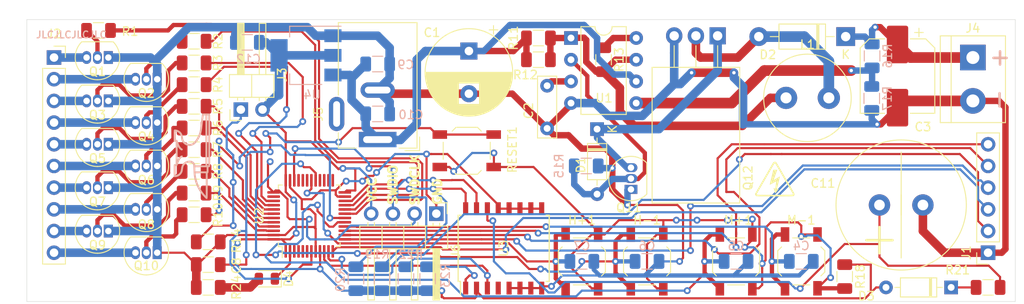
<source format=kicad_pcb>
(kicad_pcb (version 20171130) (host pcbnew "(5.1.5)-3")
  (layers (0 F.Cu signal) (31 B.Cu signal) (34 B.Paste user) (35 F.Paste user) (36 B.SilkS user) (37 F.SilkS user) (38 B.Mask user) (39 F.Mask user) (44 Edge.Cuts user))
  (net 0 "")
  (net 1 GND)
  (net 2 +12V)
  (net 3 "Net-(C2-Pad1)")
  (net 4 "Net-(C3-Pad1)")
  (net 5 /M-)
  (net 6 /M+)
  (net 7 /H-)
  (net 8 /H+)
  (net 9 /RESET)
  (net 10 /VBAT)
  (net 11 +3V3)
  (net 12 "Net-(D1-Pad2)")
  (net 13 "Net-(D1-Pad1)")
  (net 14 "Net-(D2-Pad2)")
  (net 15 "Net-(D3-Pad1)")
  (net 16 /L5)
  (net 17 /L4)
  (net 18 /L3)
  (net 19 /L2)
  (net 20 /L1)
  (net 21 "Net-(J2-Pad10)")
  (net 22 "Net-(J2-Pad9)")
  (net 23 "Net-(J2-Pad8)")
  (net 24 "Net-(J2-Pad7)")
  (net 25 "Net-(J2-Pad6)")
  (net 26 "Net-(J2-Pad5)")
  (net 27 "Net-(J2-Pad4)")
  (net 28 "Net-(J2-Pad3)")
  (net 29 "Net-(J2-Pad2)")
  (net 30 "Net-(J2-Pad1)")
  (net 31 "Net-(J3-Pad1)")
  (net 32 /SWDIO)
  (net 33 /SWCLK)
  (net 34 "Net-(L1-Pad1)")
  (net 35 "Net-(Q1-Pad2)")
  (net 36 "Net-(Q2-Pad2)")
  (net 37 "Net-(Q3-Pad2)")
  (net 38 "Net-(Q4-Pad2)")
  (net 39 "Net-(Q5-Pad2)")
  (net 40 "Net-(Q6-Pad2)")
  (net 41 "Net-(Q7-Pad2)")
  (net 42 "Net-(Q8-Pad2)")
  (net 43 "Net-(Q9-Pad2)")
  (net 44 "Net-(Q10-Pad2)")
  (net 45 "Net-(R1-Pad2)")
  (net 46 "Net-(R2-Pad2)")
  (net 47 "Net-(R3-Pad2)")
  (net 48 "Net-(R4-Pad2)")
  (net 49 "Net-(R5-Pad2)")
  (net 50 "Net-(R6-Pad2)")
  (net 51 "Net-(R7-Pad2)")
  (net 52 "Net-(R8-Pad2)")
  (net 53 "Net-(R9-Pad2)")
  (net 54 "Net-(R10-Pad2)")
  (net 55 "Net-(R13-Pad1)")
  (net 56 "Net-(R16-Pad1)")
  (net 57 /SCL)
  (net 58 "Net-(R22-Pad1)")
  (net 59 /SQW)
  (net 60 "Net-(U2-Pad38)")
  (net 61 "Net-(U2-Pad33)")
  (net 62 "Net-(U2-Pad32)")
  (net 63 "Net-(U2-Pad28)")
  (net 64 "Net-(U2-Pad27)")
  (net 65 "Net-(U2-Pad26)")
  (net 66 "Net-(U2-Pad25)")
  (net 67 /SDA)
  (net 68 "Net-(U2-Pad6)")
  (net 69 "Net-(U2-Pad5)")
  (net 70 "Net-(U2-Pad4)")
  (net 71 "Net-(U2-Pad3)")
  (net 72 "Net-(U3-Pad4)")
  (net 73 "Net-(H+1-Pad2)")
  (net 74 "Net-(U2-Pad31)")
  (net 75 "Net-(D4-Pad2)")
  (net 76 "Net-(D4-Pad1)")
  (module WK_lib:high_voltage (layer F.Cu) (at 135.128 153.924)
    (fp_text reference G*** hide)
    (fp_text value LOGO hide)
  )
  (module WK_lib:Anvil_10x10mm (layer B.Cu) (at 66.929 151.257 90)
    (fp_text reference G*** hide)
    (fp_text value LOGO hide)
  )
  (module Resistor_SMD:R_1206_3216Metric (layer F.Cu) (at 68.834 166.624 180)
    (fp_text reference R24 (at -3.302 0 270) (layer F.SilkS))
    (fp_text value 10k)
    (pad 2 smd roundrect (at 1.4 0 180) (size 1.25 1.75) (layers F.Cu F.Paste F.Mask) (roundrect_rratio 0.2) (net 1 GND))
    (pad 1 smd roundrect (at -1.4 0 180) (size 1.25 1.75) (layers F.Cu F.Paste F.Mask) (roundrect_rratio 0.2) (net 75 "Net-(D4-Pad2)"))
  )
  (module LED_SMD:LED_0805_2012Metric (layer F.Cu) (at 75.692 165.608 180)
    (fp_text reference D4 (at -2.54 0 270) (layer F.SilkS))
    (fp_text value LED)
    (pad 2 smd roundrect (at 0.9375 0 180) (size 0.975 1.4) (layers F.Cu F.Paste F.Mask) (net 75 "Net-(D4-Pad2)"))
    (pad 1 smd roundrect (at -0.9375 0 180) (size 0.975 1.4) (layers F.Cu F.Paste F.Mask) (net 76 "Net-(D4-Pad1)"))
  )
  (module WK_lib:GOLD_CAP (layer F.Cu) (at 149.86 156.972)
    (fp_text reference C11 (at -9.144 -2.54) (layer F.SilkS))
    (fp_text value "Gold Cap 0.22F")
    (fp_text user + (at -2.54 3.81) (layer F.SilkS) (effects (font (size 4 4) (thickness 0.3))))
    (pad 2 thru_hole circle (at 2.54 0) (size 2.5 2.5) (drill 1.25) (layers *.Cu *.Mask) (net 1 GND))
    (pad 1 thru_hole circle (at -2.54 0) (size 2.5 2.5) (drill 1.25) (layers *.Cu *.Mask) (net 10 /VBAT))
  )
  (module Package_SO:SOIC-16W_7.5x10.3mm_P1.27mm (layer F.Cu) (at 103.378 162.052 90)
    (fp_text reference U3 (at 0 0 90) (layer F.SilkS))
    (fp_text value DS3231M)
    (pad 16 smd rect (at 4.65 -4.445 90) (size 1.5 0.6) (layers F.Cu F.Paste F.Mask) (net 57 /SCL))
    (pad 15 smd rect (at 4.65 -3.175 90) (size 1.5 0.6) (layers F.Cu F.Paste F.Mask) (net 67 /SDA))
    (pad 14 smd rect (at 4.65 -1.905 90) (size 1.5 0.6) (layers F.Cu F.Paste F.Mask) (net 10 /VBAT))
    (pad 13 smd rect (at 4.65 -0.635 90) (size 1.5 0.6) (layers F.Cu F.Paste F.Mask) (net 1 GND))
    (pad 12 smd rect (at 4.65 0.635 90) (size 1.5 0.6) (layers F.Cu F.Paste F.Mask) (net 1 GND))
    (pad 11 smd rect (at 4.65 1.905 90) (size 1.5 0.6) (layers F.Cu F.Paste F.Mask) (net 1 GND))
    (pad 10 smd rect (at 4.65 3.175 90) (size 1.5 0.6) (layers F.Cu F.Paste F.Mask) (net 1 GND))
    (pad 9 smd rect (at 4.65 4.445 90) (size 1.5 0.6) (layers F.Cu F.Paste F.Mask) (net 1 GND))
    (pad 8 smd rect (at -4.65 4.445 90) (size 1.5 0.6) (layers F.Cu F.Paste F.Mask) (net 1 GND))
    (pad 7 smd rect (at -4.65 3.175 90) (size 1.5 0.6) (layers F.Cu F.Paste F.Mask) (net 1 GND))
    (pad 6 smd rect (at -4.65 1.905 90) (size 1.5 0.6) (layers F.Cu F.Paste F.Mask) (net 1 GND))
    (pad 5 smd rect (at -4.65 0.635 90) (size 1.5 0.6) (layers F.Cu F.Paste F.Mask) (net 1 GND))
    (pad 4 smd rect (at -4.65 -0.635 90) (size 1.5 0.6) (layers F.Cu F.Paste F.Mask) (net 72 "Net-(U3-Pad4)"))
    (pad 3 smd rect (at -4.65 -1.905 90) (size 1.5 0.6) (layers F.Cu F.Paste F.Mask) (net 59 /SQW))
    (pad 2 smd rect (at -4.65 -3.175 90) (size 1.5 0.6) (layers F.Cu F.Paste F.Mask) (net 11 +3V3))
    (pad 1 smd rect (at -4.65 -4.445 90) (size 1.5 0.6) (layers F.Cu F.Paste F.Mask) (net 58 "Net-(R22-Pad1)"))
  )
  (module Resistor_SMD:R_1206_3216Metric (layer F.Cu) (at 107.442 137.414 180)
    (fp_text reference R11 (at 2.921 0 90) (layer F.SilkS))
    (fp_text value 1R)
    (pad 2 smd roundrect (at 1.4 0 180) (size 1.25 1.75) (layers F.Cu F.Paste F.Mask) (roundrect_rratio 0.2) (net 2 +12V))
    (pad 1 smd roundrect (at -1.4 0 180) (size 1.25 1.75) (layers F.Cu F.Paste F.Mask) (roundrect_rratio 0.2) (net 34 "Net-(L1-Pad1)"))
  )
  (module Connector_PinSocket_2.54mm:PinSocket_1x10_P2.54mm_Vertical (layer F.Cu) (at 50.8 139.7)
    (fp_text reference J2 (at 0 -2.77) (layer F.SilkS))
    (fp_text value sterowanie_lamp)
    (pad 10 thru_hole oval (at 0 22.86) (size 1.7 1.7) (drill 1) (layers *.Cu *.Mask) (net 21 "Net-(J2-Pad10)"))
    (pad 9 thru_hole oval (at 0 20.32) (size 1.7 1.7) (drill 1) (layers *.Cu *.Mask) (net 22 "Net-(J2-Pad9)"))
    (pad 8 thru_hole oval (at 0 17.78) (size 1.7 1.7) (drill 1) (layers *.Cu *.Mask) (net 23 "Net-(J2-Pad8)"))
    (pad 7 thru_hole oval (at 0 15.24) (size 1.7 1.7) (drill 1) (layers *.Cu *.Mask) (net 24 "Net-(J2-Pad7)"))
    (pad 6 thru_hole oval (at 0 12.7) (size 1.7 1.7) (drill 1) (layers *.Cu *.Mask) (net 25 "Net-(J2-Pad6)"))
    (pad 5 thru_hole oval (at 0 10.16) (size 1.7 1.7) (drill 1) (layers *.Cu *.Mask) (net 26 "Net-(J2-Pad5)"))
    (pad 4 thru_hole oval (at 0 7.62) (size 1.7 1.7) (drill 1) (layers *.Cu *.Mask) (net 27 "Net-(J2-Pad4)"))
    (pad 3 thru_hole oval (at 0 5.08) (size 1.7 1.7) (drill 1) (layers *.Cu *.Mask) (net 28 "Net-(J2-Pad3)"))
    (pad 2 thru_hole oval (at 0 2.54) (size 1.7 1.7) (drill 1) (layers *.Cu *.Mask) (net 29 "Net-(J2-Pad2)"))
    (pad 1 thru_hole rect (at 0 0) (size 1.7 1.7) (drill 1) (layers *.Cu *.Mask) (net 30 "Net-(J2-Pad1)"))
  )
  (module Package_TO_SOT_THT:TO-220-3_Horizontal_TabDown (layer F.Cu) (at 128.397 137.16 180)
    (fp_text reference Q12 (at -3.556 -16.637 270) (layer F.SilkS))
    (fp_text value IRF740)
    (pad 3 thru_hole oval (at 5.08 0 180) (size 1.905 2) (drill 1.1) (layers *.Cu *.Mask) (net 1 GND))
    (pad 2 thru_hole oval (at 2.54 0 180) (size 1.905 2) (drill 1.1) (layers *.Cu *.Mask) (net 14 "Net-(D2-Pad2)"))
    (pad 1 thru_hole rect (at 0 0 180) (size 1.905 2) (drill 1.1) (layers *.Cu *.Mask) (net 13 "Net-(D1-Pad1)"))
    (pad "" np_thru_hole oval (at 2.54 -16.66 180) (size 3.5 3.5) (drill 3.5) (layers *.Cu *.Mask))
  )
  (module Connector_PinSocket_2.54mm:PinSocket_1x06_P2.54mm_Vertical (layer F.Cu) (at 160.02 162.56 180)
    (fp_text reference J1 (at 2.54 0 270) (layer F.SilkS))
    (fp_text value Multiplexer)
    (pad 6 thru_hole oval (at 0 12.7 180) (size 1.7 1.7) (drill 1) (layers *.Cu *.Mask) (net 16 /L5))
    (pad 5 thru_hole oval (at 0 10.16 180) (size 1.7 1.7) (drill 1) (layers *.Cu *.Mask) (net 17 /L4))
    (pad 4 thru_hole oval (at 0 7.62 180) (size 1.7 1.7) (drill 1) (layers *.Cu *.Mask) (net 18 /L3))
    (pad 3 thru_hole oval (at 0 5.08 180) (size 1.7 1.7) (drill 1) (layers *.Cu *.Mask) (net 19 /L2))
    (pad 2 thru_hole oval (at 0 2.54 180) (size 1.7 1.7) (drill 1) (layers *.Cu *.Mask) (net 20 /L1))
    (pad 1 thru_hole rect (at 0 0 180) (size 1.7 1.7) (drill 1) (layers *.Cu *.Mask) (net 1 GND))
  )
  (module Package_TO_SOT_SMD:SOT-223-3_TabPin2 (layer B.Cu) (at 80.264 139.446 180)
    (fp_text reference U4 (at -0.7112 -4.6228 180) (layer B.SilkS) (effects (justify mirror)))
    (fp_text value AMS1117-3.3)
    (pad 1 smd rect (at -3.15 2.3 180) (size 2 1.5) (layers B.Cu B.Paste B.Mask) (net 1 GND))
    (pad 3 smd rect (at -3.15 -2.3 180) (size 2 1.5) (layers B.Cu B.Paste B.Mask) (net 2 +12V))
    (pad 2 smd rect (at -3.15 0 180) (size 2 1.5) (layers B.Cu B.Paste B.Mask) (net 11 +3V3))
    (pad 2 smd rect (at 3.15 0 180) (size 2 3.8) (layers B.Cu B.Paste B.Mask) (net 11 +3V3))
  )
  (module Package_QFP:LQFP-48_7x7mm_P0.5mm (layer F.Cu) (at 80.645 158.242 90)
    (fp_text reference U2 (at 0 -5.85 90) (layer F.SilkS))
    (fp_text value STM32F103C8Tx)
    (pad 48 smd roundrect (at -2.75 -4.1625 90) (size 0.3 1.475) (layers F.Cu F.Paste F.Mask) (net 11 +3V3))
    (pad 47 smd roundrect (at -2.25 -4.1625 90) (size 0.3 1.475) (layers F.Cu F.Paste F.Mask) (net 1 GND))
    (pad 46 smd roundrect (at -1.75 -4.1625 90) (size 0.3 1.475) (layers F.Cu F.Paste F.Mask) (net 53 "Net-(R9-Pad2)"))
    (pad 45 smd roundrect (at -1.25 -4.1625 90) (size 0.3 1.475) (layers F.Cu F.Paste F.Mask) (net 52 "Net-(R8-Pad2)"))
    (pad 44 smd roundrect (at -0.75 -4.1625 90) (size 0.3 1.475) (layers F.Cu F.Paste F.Mask) (net 31 "Net-(J3-Pad1)"))
    (pad 43 smd roundrect (at -0.25 -4.1625 90) (size 0.3 1.475) (layers F.Cu F.Paste F.Mask) (net 51 "Net-(R7-Pad2)"))
    (pad 42 smd roundrect (at 0.25 -4.1625 90) (size 0.3 1.475) (layers F.Cu F.Paste F.Mask) (net 50 "Net-(R6-Pad2)"))
    (pad 41 smd roundrect (at 0.75 -4.1625 90) (size 0.3 1.475) (layers F.Cu F.Paste F.Mask) (net 49 "Net-(R5-Pad2)"))
    (pad 40 smd roundrect (at 1.25 -4.1625 90) (size 0.3 1.475) (layers F.Cu F.Paste F.Mask) (net 48 "Net-(R4-Pad2)"))
    (pad 39 smd roundrect (at 1.75 -4.1625 90) (size 0.3 1.475) (layers F.Cu F.Paste F.Mask) (net 47 "Net-(R3-Pad2)"))
    (pad 38 smd roundrect (at 2.25 -4.1625 90) (size 0.3 1.475) (layers F.Cu F.Paste F.Mask) (net 60 "Net-(U2-Pad38)"))
    (pad 37 smd roundrect (at 2.75 -4.1625 90) (size 0.3 1.475) (layers F.Cu F.Paste F.Mask) (net 33 /SWCLK))
    (pad 36 smd roundrect (at 4.1625 -2.75 90) (size 1.475 0.3) (layers F.Cu F.Paste F.Mask) (net 11 +3V3))
    (pad 35 smd roundrect (at 4.1625 -2.25 90) (size 1.475 0.3) (layers F.Cu F.Paste F.Mask) (net 1 GND))
    (pad 34 smd roundrect (at 4.1625 -1.75 90) (size 1.475 0.3) (layers F.Cu F.Paste F.Mask) (net 32 /SWDIO))
    (pad 33 smd roundrect (at 4.1625 -1.25 90) (size 1.475 0.3) (layers F.Cu F.Paste F.Mask) (net 61 "Net-(U2-Pad33)"))
    (pad 32 smd roundrect (at 4.1625 -0.75 90) (size 1.475 0.3) (layers F.Cu F.Paste F.Mask) (net 62 "Net-(U2-Pad32)"))
    (pad 31 smd roundrect (at 4.1625 -0.25 90) (size 1.475 0.3) (layers F.Cu F.Paste F.Mask) (net 74 "Net-(U2-Pad31)"))
    (pad 30 smd roundrect (at 4.1625 0.25 90) (size 1.475 0.3) (layers F.Cu F.Paste F.Mask) (net 8 /H+))
    (pad 29 smd roundrect (at 4.1625 0.75 90) (size 1.475 0.3) (layers F.Cu F.Paste F.Mask) (net 7 /H-))
    (pad 28 smd roundrect (at 4.1625 1.25 90) (size 1.475 0.3) (layers F.Cu F.Paste F.Mask) (net 63 "Net-(U2-Pad28)"))
    (pad 27 smd roundrect (at 4.1625 1.75 90) (size 1.475 0.3) (layers F.Cu F.Paste F.Mask) (net 64 "Net-(U2-Pad27)"))
    (pad 26 smd roundrect (at 4.1625 2.25 90) (size 1.475 0.3) (layers F.Cu F.Paste F.Mask) (net 65 "Net-(U2-Pad26)"))
    (pad 25 smd roundrect (at 4.1625 2.75 90) (size 1.475 0.3) (layers F.Cu F.Paste F.Mask) (net 66 "Net-(U2-Pad25)"))
    (pad 24 smd roundrect (at 2.75 4.1625 90) (size 0.3 1.475) (layers F.Cu F.Paste F.Mask) (net 11 +3V3))
    (pad 23 smd roundrect (at 2.25 4.1625 90) (size 0.3 1.475) (layers F.Cu F.Paste F.Mask) (net 1 GND))
    (pad 22 smd roundrect (at 1.75 4.1625 90) (size 0.3 1.475) (layers F.Cu F.Paste F.Mask) (net 67 /SDA))
    (pad 21 smd roundrect (at 1.25 4.1625 90) (size 0.3 1.475) (layers F.Cu F.Paste F.Mask) (net 57 /SCL))
    (pad 20 smd roundrect (at 0.75 4.1625 90) (size 0.3 1.475) (layers F.Cu F.Paste F.Mask) (net 46 "Net-(R2-Pad2)"))
    (pad 19 smd roundrect (at 0.25 4.1625 90) (size 0.3 1.475) (layers F.Cu F.Paste F.Mask) (net 45 "Net-(R1-Pad2)"))
    (pad 18 smd roundrect (at -0.25 4.1625 90) (size 0.3 1.475) (layers F.Cu F.Paste F.Mask) (net 54 "Net-(R10-Pad2)"))
    (pad 17 smd roundrect (at -0.75 4.1625 90) (size 0.3 1.475) (layers F.Cu F.Paste F.Mask) (net 6 /M+))
    (pad 16 smd roundrect (at -1.25 4.1625 90) (size 0.3 1.475) (layers F.Cu F.Paste F.Mask) (net 5 /M-))
    (pad 15 smd roundrect (at -1.75 4.1625 90) (size 0.3 1.475) (layers F.Cu F.Paste F.Mask) (net 16 /L5))
    (pad 14 smd roundrect (at -2.25 4.1625 90) (size 0.3 1.475) (layers F.Cu F.Paste F.Mask) (net 17 /L4))
    (pad 13 smd roundrect (at -2.75 4.1625 90) (size 0.3 1.475) (layers F.Cu F.Paste F.Mask) (net 18 /L3))
    (pad 12 smd roundrect (at -4.1625 2.75 90) (size 1.475 0.3) (layers F.Cu F.Paste F.Mask) (net 19 /L2))
    (pad 11 smd roundrect (at -4.1625 2.25 90) (size 1.475 0.3) (layers F.Cu F.Paste F.Mask) (net 20 /L1))
    (pad 10 smd roundrect (at -4.1625 1.75 90) (size 1.475 0.3) (layers F.Cu F.Paste F.Mask) (net 59 /SQW))
    (pad 9 smd roundrect (at -4.1625 1.25 90) (size 1.475 0.3) (layers F.Cu F.Paste F.Mask) (net 11 +3V3))
    (pad 8 smd roundrect (at -4.1625 0.75 90) (size 1.475 0.3) (layers F.Cu F.Paste F.Mask) (net 1 GND))
    (pad 7 smd roundrect (at -4.1625 0.25 90) (size 1.475 0.3) (layers F.Cu F.Paste F.Mask) (net 9 /RESET))
    (pad 6 smd roundrect (at -4.1625 -0.25 90) (size 1.475 0.3) (layers F.Cu F.Paste F.Mask) (net 68 "Net-(U2-Pad6)"))
    (pad 5 smd roundrect (at -4.1625 -0.75 90) (size 1.475 0.3) (layers F.Cu F.Paste F.Mask) (net 69 "Net-(U2-Pad5)"))
    (pad 4 smd roundrect (at -4.1625 -1.25 90) (size 1.475 0.3) (layers F.Cu F.Paste F.Mask) (net 70 "Net-(U2-Pad4)"))
    (pad 3 smd roundrect (at -4.1625 -1.75 90) (size 1.475 0.3) (layers F.Cu F.Paste F.Mask) (net 71 "Net-(U2-Pad3)"))
    (pad 2 smd roundrect (at -4.1625 -2.25 90) (size 1.475 0.3) (layers F.Cu F.Paste F.Mask) (net 76 "Net-(D4-Pad1)"))
    (pad 1 smd roundrect (at -4.1625 -2.75 90) (size 1.475 0.3) (layers F.Cu F.Paste F.Mask) (net 11 +3V3))
  )
  (module Package_DIP:DIP-8_W7.62mm (layer F.Cu) (at 111.252 137.414)
    (fp_text reference U1 (at 3.8608 7.0358) (layer F.SilkS))
    (fp_text value MC34063AP)
    (pad 8 thru_hole oval (at 7.62 0) (size 1.6 1.6) (drill 0.8) (layers *.Cu *.Mask) (net 55 "Net-(R13-Pad1)"))
    (pad 4 thru_hole oval (at 0 7.62) (size 1.6 1.6) (drill 0.8) (layers *.Cu *.Mask) (net 1 GND))
    (pad 7 thru_hole oval (at 7.62 2.54) (size 1.6 1.6) (drill 0.8) (layers *.Cu *.Mask) (net 34 "Net-(L1-Pad1)"))
    (pad 3 thru_hole oval (at 0 5.08) (size 1.6 1.6) (drill 0.8) (layers *.Cu *.Mask) (net 3 "Net-(C2-Pad1)"))
    (pad 6 thru_hole oval (at 7.62 5.08) (size 1.6 1.6) (drill 0.8) (layers *.Cu *.Mask) (net 2 +12V))
    (pad 2 thru_hole oval (at 0 2.54) (size 1.6 1.6) (drill 0.8) (layers *.Cu *.Mask) (net 12 "Net-(D1-Pad2)"))
    (pad 5 thru_hole oval (at 7.62 7.62) (size 1.6 1.6) (drill 0.8) (layers *.Cu *.Mask) (net 56 "Net-(R16-Pad1)"))
    (pad 1 thru_hole rect (at 0 0) (size 1.6 1.6) (drill 0.8) (layers *.Cu *.Mask) (net 34 "Net-(L1-Pad1)"))
  )
  (module Button_Switch_SMD:SW_SPST_TL3342 (layer F.Cu) (at 99.06 150.622)
    (fp_text reference RESET1 (at 5.334 -0.127 90) (layer F.SilkS))
    (fp_text value RESET)
    (pad 2 smd rect (at 3.15 1.9) (size 1.7 1) (layers F.Cu F.Paste F.Mask) (net 73 "Net-(H+1-Pad2)"))
    (pad 2 smd rect (at -3.15 1.9) (size 1.7 1) (layers F.Cu F.Paste F.Mask) (net 73 "Net-(H+1-Pad2)"))
    (pad 1 smd rect (at 3.15 -1.9) (size 1.7 1) (layers F.Cu F.Paste F.Mask) (net 9 /RESET))
    (pad 1 smd rect (at -3.15 -1.9) (size 1.7 1) (layers F.Cu F.Paste F.Mask) (net 9 /RESET))
  )
  (module Button_Switch_SMD:SW_SPST_TL3342 (layer F.Cu) (at 112.522 163.576 90)
    (fp_text reference H+1 (at 4.826 0 180) (layer F.SilkS))
    (fp_text value H+)
    (pad 2 smd rect (at 3.15 1.9 90) (size 1.7 1) (layers F.Cu F.Paste F.Mask) (net 73 "Net-(H+1-Pad2)"))
    (pad 2 smd rect (at -3.15 1.9 90) (size 1.7 1) (layers F.Cu F.Paste F.Mask) (net 73 "Net-(H+1-Pad2)"))
    (pad 1 smd rect (at 3.15 -1.9 90) (size 1.7 1) (layers F.Cu F.Paste F.Mask) (net 8 /H+))
    (pad 1 smd rect (at -3.15 -1.9 90) (size 1.7 1) (layers F.Cu F.Paste F.Mask) (net 8 /H+))
  )
  (module Button_Switch_SMD:SW_SPST_TL3342 (layer F.Cu) (at 120.142 163.576 90)
    (fp_text reference H-1 (at 4.826 0 180) (layer F.SilkS))
    (fp_text value H-)
    (pad 2 smd rect (at 3.15 1.9 90) (size 1.7 1) (layers F.Cu F.Paste F.Mask) (net 73 "Net-(H+1-Pad2)"))
    (pad 2 smd rect (at -3.15 1.9 90) (size 1.7 1) (layers F.Cu F.Paste F.Mask) (net 73 "Net-(H+1-Pad2)"))
    (pad 1 smd rect (at 3.15 -1.9 90) (size 1.7 1) (layers F.Cu F.Paste F.Mask) (net 7 /H-))
    (pad 1 smd rect (at -3.15 -1.9 90) (size 1.7 1) (layers F.Cu F.Paste F.Mask) (net 7 /H-))
  )
  (module Button_Switch_SMD:SW_SPST_TL3342 (layer F.Cu) (at 130.556 163.576 90)
    (fp_text reference M+1 (at 4.826 0.254 180) (layer F.SilkS))
    (fp_text value M+)
    (pad 2 smd rect (at 3.15 1.9 90) (size 1.7 1) (layers F.Cu F.Paste F.Mask) (net 73 "Net-(H+1-Pad2)"))
    (pad 2 smd rect (at -3.15 1.9 90) (size 1.7 1) (layers F.Cu F.Paste F.Mask) (net 73 "Net-(H+1-Pad2)"))
    (pad 1 smd rect (at 3.15 -1.9 90) (size 1.7 1) (layers F.Cu F.Paste F.Mask) (net 6 /M+))
    (pad 1 smd rect (at -3.15 -1.9 90) (size 1.7 1) (layers F.Cu F.Paste F.Mask) (net 6 /M+))
  )
  (module Button_Switch_SMD:SW_SPST_TL3342 (layer F.Cu) (at 138.176 163.576 90)
    (fp_text reference M-1 (at 4.826 0 180) (layer F.SilkS))
    (fp_text value M-)
    (pad 2 smd rect (at 3.15 1.9 90) (size 1.7 1) (layers F.Cu F.Paste F.Mask) (net 73 "Net-(H+1-Pad2)"))
    (pad 2 smd rect (at -3.15 1.9 90) (size 1.7 1) (layers F.Cu F.Paste F.Mask) (net 73 "Net-(H+1-Pad2)"))
    (pad 1 smd rect (at 3.15 -1.9 90) (size 1.7 1) (layers F.Cu F.Paste F.Mask) (net 5 /M-))
    (pad 1 smd rect (at -3.15 -1.9 90) (size 1.7 1) (layers F.Cu F.Paste F.Mask) (net 5 /M-))
  )
  (module Resistor_SMD:R_1206_3216Metric (layer B.Cu) (at 91.948 165.608 90)
    (fp_text reference R23 (at 0.4064 4.6228 270) (layer B.SilkS) (effects (justify mirror)))
    (fp_text value 6k8)
    (pad 2 smd roundrect (at 1.4 0 90) (size 1.25 1.75) (layers B.Cu B.Paste B.Mask) (roundrect_rratio 0.2) (net 59 /SQW))
    (pad 1 smd roundrect (at -1.4 0 90) (size 1.25 1.75) (layers B.Cu B.Paste B.Mask) (roundrect_rratio 0.2) (net 11 +3V3))
  )
  (module Resistor_SMD:R_1206_3216Metric (layer B.Cu) (at 94.488 165.608 270)
    (fp_text reference R22 (at -2.8448 1.9812) (layer B.SilkS) (effects (justify mirror)))
    (fp_text value 6k8)
    (pad 2 smd roundrect (at 1.4 0 270) (size 1.25 1.75) (layers B.Cu B.Paste B.Mask) (roundrect_rratio 0.2) (net 11 +3V3))
    (pad 1 smd roundrect (at -1.4 0 270) (size 1.25 1.75) (layers B.Cu B.Paste B.Mask) (roundrect_rratio 0.2) (net 58 "Net-(R22-Pad1)"))
  )
  (module Resistor_SMD:R_1206_3216Metric (layer F.Cu) (at 160.02 166.624)
    (fp_text reference R21 (at -3.556 -2.032) (layer F.SilkS))
    (fp_text value 100R)
    (pad 2 smd roundrect (at 1.4 0) (size 1.25 1.75) (layers F.Cu F.Paste F.Mask) (roundrect_rratio 0.2) (net 10 /VBAT))
    (pad 1 smd roundrect (at -1.4 0) (size 1.25 1.75) (layers F.Cu F.Paste F.Mask) (roundrect_rratio 0.2) (net 15 "Net-(D3-Pad1)"))
  )
  (module Resistor_SMD:R_1206_3216Metric (layer B.Cu) (at 86.106 165.608 90)
    (fp_text reference R20 (at -0.1016 -1.8288 270) (layer B.SilkS) (effects (justify mirror)))
    (fp_text value 6k8)
    (pad 2 smd roundrect (at 1.4 0 90) (size 1.25 1.75) (layers B.Cu B.Paste B.Mask) (roundrect_rratio 0.2) (net 67 /SDA))
    (pad 1 smd roundrect (at -1.4 0 90) (size 1.25 1.75) (layers B.Cu B.Paste B.Mask) (roundrect_rratio 0.2) (net 11 +3V3))
  )
  (module Resistor_SMD:R_1206_3216Metric (layer B.Cu) (at 89.154 165.608 90)
    (fp_text reference R19 (at 2.8702 -0.5588 180) (layer B.SilkS) (effects (justify mirror)))
    (fp_text value 6k8)
    (pad 2 smd roundrect (at 1.4 0 90) (size 1.25 1.75) (layers B.Cu B.Paste B.Mask) (roundrect_rratio 0.2) (net 57 /SCL))
    (pad 1 smd roundrect (at -1.4 0 90) (size 1.25 1.75) (layers B.Cu B.Paste B.Mask) (roundrect_rratio 0.2) (net 11 +3V3))
  )
  (module Resistor_SMD:R_1206_3216Metric (layer F.Cu) (at 143.256 165.354 270)
    (fp_text reference R18 (at 0 -1.82 270) (layer F.SilkS))
    (fp_text value 10k)
    (pad 2 smd roundrect (at 1.4 0 270) (size 1.25 1.75) (layers F.Cu F.Paste F.Mask) (roundrect_rratio 0.2) (net 73 "Net-(H+1-Pad2)"))
    (pad 1 smd roundrect (at -1.4 0 270) (size 1.25 1.75) (layers F.Cu F.Paste F.Mask) (roundrect_rratio 0.2) (net 11 +3V3))
  )
  (module Resistor_SMD:R_1206_3216Metric (layer B.Cu) (at 146.4183 144.4879 90)
    (fp_text reference R17 (at 0 1.82 90) (layer B.SilkS) (effects (justify mirror)))
    (fp_text value 4.7k)
    (pad 2 smd roundrect (at 1.4 0 90) (size 1.25 1.75) (layers B.Cu B.Paste B.Mask) (roundrect_rratio 0.2) (net 56 "Net-(R16-Pad1)"))
    (pad 1 smd roundrect (at -1.4 0 90) (size 1.25 1.75) (layers B.Cu B.Paste B.Mask) (roundrect_rratio 0.2) (net 1 GND))
  )
  (module Resistor_SMD:R_1206_3216Metric (layer B.Cu) (at 146.4564 139.5125 90)
    (fp_text reference R16 (at 0 1.82 90) (layer B.SilkS) (effects (justify mirror)))
    (fp_text value 680k)
    (pad 2 smd roundrect (at 1.4 0 90) (size 1.25 1.75) (layers B.Cu B.Paste B.Mask) (roundrect_rratio 0.2) (net 4 "Net-(C3-Pad1)"))
    (pad 1 smd roundrect (at -1.4 0 90) (size 1.25 1.75) (layers B.Cu B.Paste B.Mask) (roundrect_rratio 0.2) (net 56 "Net-(R16-Pad1)"))
  )
  (module Resistor_SMD:R_1206_3216Metric (layer B.Cu) (at 113.03 152.4 180)
    (fp_text reference R15 (at 3.175 0 90) (layer B.SilkS) (effects (justify mirror)))
    (fp_text value 1k)
    (pad 2 smd roundrect (at 1.4 0 180) (size 1.25 1.75) (layers B.Cu B.Paste B.Mask) (roundrect_rratio 0.2) (net 12 "Net-(D1-Pad2)"))
    (pad 1 smd roundrect (at -1.4 0 180) (size 1.25 1.75) (layers B.Cu B.Paste B.Mask) (roundrect_rratio 0.2) (net 1 GND))
  )
  (module Resistor_SMD:R_1206_3216Metric (layer F.Cu) (at 68.834 161.29)
    (fp_text reference R14 (at 3.302 -0.127 90) (layer F.SilkS))
    (fp_text value 10k)
    (pad 2 smd roundrect (at 1.4 0) (size 1.25 1.75) (layers F.Cu F.Paste F.Mask) (roundrect_rratio 0.2) (net 1 GND))
    (pad 1 smd roundrect (at -1.4 0) (size 1.25 1.75) (layers F.Cu F.Paste F.Mask) (roundrect_rratio 0.2) (net 31 "Net-(J3-Pad1)"))
  )
  (module Resistor_SMD:R_1206_3216Metric (layer F.Cu) (at 115.062 139.954 270)
    (fp_text reference R13 (at 0 -1.82 270) (layer F.SilkS))
    (fp_text value 180R)
    (pad 2 smd roundrect (at 1.4 0 270) (size 1.25 1.75) (layers F.Cu F.Paste F.Mask) (roundrect_rratio 0.2) (net 34 "Net-(L1-Pad1)"))
    (pad 1 smd roundrect (at -1.4 0 270) (size 1.25 1.75) (layers F.Cu F.Paste F.Mask) (roundrect_rratio 0.2) (net 55 "Net-(R13-Pad1)"))
  )
  (module Resistor_SMD:R_1206_3216Metric (layer F.Cu) (at 107.442 139.954 180)
    (fp_text reference R12 (at 1.524 -1.778 180) (layer F.SilkS))
    (fp_text value 1R)
    (pad 2 smd roundrect (at 1.4 0 180) (size 1.25 1.75) (layers F.Cu F.Paste F.Mask) (roundrect_rratio 0.2) (net 2 +12V))
    (pad 1 smd roundrect (at -1.4 0 180) (size 1.25 1.75) (layers F.Cu F.Paste F.Mask) (roundrect_rratio 0.2) (net 34 "Net-(L1-Pad1)"))
  )
  (module Resistor_SMD:R_1206_3216Metric (layer F.Cu) (at 67.18 158.115)
    (fp_text reference R10 (at 2.797 0 270) (layer F.SilkS))
    (fp_text value 33k)
    (pad 2 smd roundrect (at 1.4 0) (size 1.25 1.75) (layers F.Cu F.Paste F.Mask) (roundrect_rratio 0.2) (net 54 "Net-(R10-Pad2)"))
    (pad 1 smd roundrect (at -1.4 0) (size 1.25 1.75) (layers F.Cu F.Paste F.Mask) (roundrect_rratio 0.2) (net 44 "Net-(Q10-Pad2)"))
  )
  (module Resistor_SMD:R_1206_3216Metric (layer F.Cu) (at 67.18 155.575)
    (fp_text reference R9 (at 2.797 0 270) (layer F.SilkS))
    (fp_text value 33k)
    (pad 2 smd roundrect (at 1.4 0) (size 1.25 1.75) (layers F.Cu F.Paste F.Mask) (roundrect_rratio 0.2) (net 53 "Net-(R9-Pad2)"))
    (pad 1 smd roundrect (at -1.4 0) (size 1.25 1.75) (layers F.Cu F.Paste F.Mask) (roundrect_rratio 0.2) (net 43 "Net-(Q9-Pad2)"))
  )
  (module Resistor_SMD:R_1206_3216Metric (layer F.Cu) (at 67.18 153.035)
    (fp_text reference R8 (at 2.797 0 270) (layer F.SilkS))
    (fp_text value 33k)
    (pad 2 smd roundrect (at 1.4 0) (size 1.25 1.75) (layers F.Cu F.Paste F.Mask) (roundrect_rratio 0.2) (net 52 "Net-(R8-Pad2)"))
    (pad 1 smd roundrect (at -1.4 0) (size 1.25 1.75) (layers F.Cu F.Paste F.Mask) (roundrect_rratio 0.2) (net 42 "Net-(Q8-Pad2)"))
  )
  (module Resistor_SMD:R_1206_3216Metric (layer F.Cu) (at 67.18 150.495)
    (fp_text reference R7 (at 2.797 0 270) (layer F.SilkS))
    (fp_text value 33k)
    (pad 2 smd roundrect (at 1.4 0) (size 1.25 1.75) (layers F.Cu F.Paste F.Mask) (roundrect_rratio 0.2) (net 51 "Net-(R7-Pad2)"))
    (pad 1 smd roundrect (at -1.4 0) (size 1.25 1.75) (layers F.Cu F.Paste F.Mask) (roundrect_rratio 0.2) (net 41 "Net-(Q7-Pad2)"))
  )
  (module Resistor_SMD:R_1206_3216Metric (layer F.Cu) (at 67.18 147.955)
    (fp_text reference R6 (at 2.797 0 90) (layer F.SilkS))
    (fp_text value 33k)
    (pad 2 smd roundrect (at 1.4 0) (size 1.25 1.75) (layers F.Cu F.Paste F.Mask) (roundrect_rratio 0.2) (net 50 "Net-(R6-Pad2)"))
    (pad 1 smd roundrect (at -1.4 0) (size 1.25 1.75) (layers F.Cu F.Paste F.Mask) (roundrect_rratio 0.2) (net 40 "Net-(Q6-Pad2)"))
  )
  (module Resistor_SMD:R_1206_3216Metric (layer F.Cu) (at 67.18 145.415)
    (fp_text reference R5 (at 2.797 0 270) (layer F.SilkS))
    (fp_text value 33k)
    (pad 2 smd roundrect (at 1.4 0) (size 1.25 1.75) (layers F.Cu F.Paste F.Mask) (roundrect_rratio 0.2) (net 49 "Net-(R5-Pad2)"))
    (pad 1 smd roundrect (at -1.4 0) (size 1.25 1.75) (layers F.Cu F.Paste F.Mask) (roundrect_rratio 0.2) (net 39 "Net-(Q5-Pad2)"))
  )
  (module Resistor_SMD:R_1206_3216Metric (layer F.Cu) (at 67.18 142.875)
    (fp_text reference R4 (at 2.797 0 270) (layer F.SilkS))
    (fp_text value 33k)
    (pad 2 smd roundrect (at 1.4 0) (size 1.25 1.75) (layers F.Cu F.Paste F.Mask) (roundrect_rratio 0.2) (net 48 "Net-(R4-Pad2)"))
    (pad 1 smd roundrect (at -1.4 0) (size 1.25 1.75) (layers F.Cu F.Paste F.Mask) (roundrect_rratio 0.2) (net 38 "Net-(Q4-Pad2)"))
  )
  (module Resistor_SMD:R_1206_3216Metric (layer F.Cu) (at 67.18 140.335)
    (fp_text reference R3 (at 2.797 0 270) (layer F.SilkS))
    (fp_text value 33k)
    (pad 2 smd roundrect (at 1.4 0) (size 1.25 1.75) (layers F.Cu F.Paste F.Mask) (roundrect_rratio 0.2) (net 47 "Net-(R3-Pad2)"))
    (pad 1 smd roundrect (at -1.4 0) (size 1.25 1.75) (layers F.Cu F.Paste F.Mask) (roundrect_rratio 0.2) (net 37 "Net-(Q3-Pad2)"))
  )
  (module Resistor_SMD:R_1206_3216Metric (layer F.Cu) (at 67.18 137.795)
    (fp_text reference R2 (at 2.797 0 270) (layer F.SilkS))
    (fp_text value 33k)
    (pad 2 smd roundrect (at 1.4 0) (size 1.25 1.75) (layers F.Cu F.Paste F.Mask) (roundrect_rratio 0.2) (net 46 "Net-(R2-Pad2)"))
    (pad 1 smd roundrect (at -1.4 0) (size 1.25 1.75) (layers F.Cu F.Paste F.Mask) (roundrect_rratio 0.2) (net 36 "Net-(Q2-Pad2)"))
  )
  (module Resistor_SMD:R_1206_3216Metric (layer F.Cu) (at 56.004 136.525)
    (fp_text reference R1 (at 3.686 0.127) (layer F.SilkS))
    (fp_text value 33k)
    (pad 2 smd roundrect (at 1.4 0) (size 1.25 1.75) (layers F.Cu F.Paste F.Mask) (roundrect_rratio 0.2) (net 45 "Net-(R1-Pad2)"))
    (pad 1 smd roundrect (at -1.4 0) (size 1.25 1.75) (layers F.Cu F.Paste F.Mask) (roundrect_rratio 0.2) (net 35 "Net-(Q1-Pad2)"))
  )
  (module Package_TO_SOT_THT:TO-92_Inline (layer F.Cu) (at 118.2624 155.1432 90)
    (fp_text reference Q11 (at -2.159 -0.254) (layer F.SilkS))
    (fp_text value BC557)
    (pad 1 thru_hole rect (at 0 0 90) (size 1.05 1.5) (drill 0.75) (layers *.Cu *.Mask) (net 1 GND))
    (pad 3 thru_hole oval (at 2.54 0 90) (size 1.05 1.5) (drill 0.75) (layers *.Cu *.Mask) (net 13 "Net-(D1-Pad1)"))
    (pad 2 thru_hole oval (at 1.27 0 90) (size 1.05 1.5) (drill 0.75) (layers *.Cu *.Mask) (net 12 "Net-(D1-Pad2)"))
  )
  (module Package_TO_SOT_THT:TO-92_Inline (layer F.Cu) (at 62.865 162.56 180)
    (fp_text reference Q10 (at 1.27 -1.524 180) (layer F.SilkS))
    (fp_text value MPSA42)
    (pad 1 thru_hole rect (at 0 0 180) (size 1.05 1.5) (drill 0.75) (layers *.Cu *.Mask) (net 1 GND))
    (pad 3 thru_hole oval (at 2.54 0 180) (size 1.05 1.5) (drill 0.75) (layers *.Cu *.Mask) (net 21 "Net-(J2-Pad10)"))
    (pad 2 thru_hole oval (at 1.27 0 180) (size 1.05 1.5) (drill 0.75) (layers *.Cu *.Mask) (net 44 "Net-(Q10-Pad2)"))
  )
  (module Package_TO_SOT_THT:TO-92_Inline (layer F.Cu) (at 57.15 160.02 180)
    (fp_text reference Q9 (at 1.27 -1.651 180) (layer F.SilkS))
    (fp_text value MPSA42)
    (pad 1 thru_hole rect (at 0 0 180) (size 1.05 1.5) (drill 0.75) (layers *.Cu *.Mask) (net 1 GND))
    (pad 3 thru_hole oval (at 2.54 0 180) (size 1.05 1.5) (drill 0.75) (layers *.Cu *.Mask) (net 22 "Net-(J2-Pad9)"))
    (pad 2 thru_hole oval (at 1.27 0 180) (size 1.05 1.5) (drill 0.75) (layers *.Cu *.Mask) (net 43 "Net-(Q9-Pad2)"))
  )
  (module Package_TO_SOT_THT:TO-92_Inline (layer F.Cu) (at 62.865 157.48 180)
    (fp_text reference Q8 (at 1.27 -1.778 180) (layer F.SilkS))
    (fp_text value MPSA42)
    (pad 1 thru_hole rect (at 0 0 180) (size 1.05 1.5) (drill 0.75) (layers *.Cu *.Mask) (net 1 GND))
    (pad 3 thru_hole oval (at 2.54 0 180) (size 1.05 1.5) (drill 0.75) (layers *.Cu *.Mask) (net 23 "Net-(J2-Pad8)"))
    (pad 2 thru_hole oval (at 1.27 0 180) (size 1.05 1.5) (drill 0.75) (layers *.Cu *.Mask) (net 42 "Net-(Q8-Pad2)"))
  )
  (module Package_TO_SOT_THT:TO-92_Inline (layer F.Cu) (at 57.15 154.94 180)
    (fp_text reference Q7 (at 1.27 -1.651 180) (layer F.SilkS))
    (fp_text value MPSA42)
    (pad 1 thru_hole rect (at 0 0 180) (size 1.05 1.5) (drill 0.75) (layers *.Cu *.Mask) (net 1 GND))
    (pad 3 thru_hole oval (at 2.54 0 180) (size 1.05 1.5) (drill 0.75) (layers *.Cu *.Mask) (net 24 "Net-(J2-Pad7)"))
    (pad 2 thru_hole oval (at 1.27 0 180) (size 1.05 1.5) (drill 0.75) (layers *.Cu *.Mask) (net 41 "Net-(Q7-Pad2)"))
  )
  (module Package_TO_SOT_THT:TO-92_Inline (layer F.Cu) (at 62.865 152.4 180)
    (fp_text reference Q6 (at 1.27 -1.651 180) (layer F.SilkS))
    (fp_text value MPSA42)
    (pad 1 thru_hole rect (at 0 0 180) (size 1.05 1.5) (drill 0.75) (layers *.Cu *.Mask) (net 1 GND))
    (pad 3 thru_hole oval (at 2.54 0 180) (size 1.05 1.5) (drill 0.75) (layers *.Cu *.Mask) (net 25 "Net-(J2-Pad6)"))
    (pad 2 thru_hole oval (at 1.27 0 180) (size 1.05 1.5) (drill 0.75) (layers *.Cu *.Mask) (net 40 "Net-(Q6-Pad2)"))
  )
  (module Package_TO_SOT_THT:TO-92_Inline (layer F.Cu) (at 57.15 149.86 180)
    (fp_text reference Q5 (at 1.27 -1.651 180) (layer F.SilkS))
    (fp_text value MPSA42)
    (pad 1 thru_hole rect (at 0 0 180) (size 1.05 1.5) (drill 0.75) (layers *.Cu *.Mask) (net 1 GND))
    (pad 3 thru_hole oval (at 2.54 0 180) (size 1.05 1.5) (drill 0.75) (layers *.Cu *.Mask) (net 26 "Net-(J2-Pad5)"))
    (pad 2 thru_hole oval (at 1.27 0 180) (size 1.05 1.5) (drill 0.75) (layers *.Cu *.Mask) (net 39 "Net-(Q5-Pad2)"))
  )
  (module Package_TO_SOT_THT:TO-92_Inline (layer F.Cu) (at 62.865 147.32 180)
    (fp_text reference Q4 (at 1.27 -1.651 180) (layer F.SilkS))
    (fp_text value MPSA42)
    (pad 1 thru_hole rect (at 0 0 180) (size 1.05 1.5) (drill 0.75) (layers *.Cu *.Mask) (net 1 GND))
    (pad 3 thru_hole oval (at 2.54 0 180) (size 1.05 1.5) (drill 0.75) (layers *.Cu *.Mask) (net 27 "Net-(J2-Pad4)"))
    (pad 2 thru_hole oval (at 1.27 0 180) (size 1.05 1.5) (drill 0.75) (layers *.Cu *.Mask) (net 38 "Net-(Q4-Pad2)"))
  )
  (module Package_TO_SOT_THT:TO-92_Inline (layer F.Cu) (at 57.15 144.78 180)
    (fp_text reference Q3 (at 1.27 -1.651 180) (layer F.SilkS))
    (fp_text value MPSA42)
    (pad 1 thru_hole rect (at 0 0 180) (size 1.05 1.5) (drill 0.75) (layers *.Cu *.Mask) (net 1 GND))
    (pad 3 thru_hole oval (at 2.54 0 180) (size 1.05 1.5) (drill 0.75) (layers *.Cu *.Mask) (net 28 "Net-(J2-Pad3)"))
    (pad 2 thru_hole oval (at 1.27 0 180) (size 1.05 1.5) (drill 0.75) (layers *.Cu *.Mask) (net 37 "Net-(Q3-Pad2)"))
  )
  (module Package_TO_SOT_THT:TO-92_Inline (layer F.Cu) (at 62.865 142.24 180)
    (fp_text reference Q2 (at 1.27 -1.651 180) (layer F.SilkS))
    (fp_text value MPSA42)
    (pad 1 thru_hole rect (at 0 0 180) (size 1.05 1.5) (drill 0.75) (layers *.Cu *.Mask) (net 1 GND))
    (pad 3 thru_hole oval (at 2.54 0 180) (size 1.05 1.5) (drill 0.75) (layers *.Cu *.Mask) (net 29 "Net-(J2-Pad2)"))
    (pad 2 thru_hole oval (at 1.27 0 180) (size 1.05 1.5) (drill 0.75) (layers *.Cu *.Mask) (net 36 "Net-(Q2-Pad2)"))
  )
  (module Package_TO_SOT_THT:TO-92_Inline (layer F.Cu) (at 57.15 139.7 180)
    (fp_text reference Q1 (at 1.27 -1.651 180) (layer F.SilkS))
    (fp_text value MPSA42)
    (pad 1 thru_hole rect (at 0 0 180) (size 1.05 1.5) (drill 0.75) (layers *.Cu *.Mask) (net 1 GND))
    (pad 3 thru_hole oval (at 2.54 0 180) (size 1.05 1.5) (drill 0.75) (layers *.Cu *.Mask) (net 30 "Net-(J2-Pad1)"))
    (pad 2 thru_hole oval (at 1.27 0 180) (size 1.05 1.5) (drill 0.75) (layers *.Cu *.Mask) (net 35 "Net-(Q1-Pad2)"))
  )
  (module Inductor_THT:L_Radial_D10.0mm_P5.00mm_Fastron_07P (layer F.Cu) (at 136.398 144.4244)
    (fp_text reference L1 (at 2.5 -6.25) (layer F.SilkS))
    (fp_text value L)
    (pad 2 thru_hole circle (at 5 0) (size 2.6 2.6) (drill 1.3) (layers *.Cu *.Mask) (net 14 "Net-(D2-Pad2)"))
    (pad 1 thru_hole circle (at 0 0) (size 2.6 2.6) (drill 1.3) (layers *.Cu *.Mask) (net 34 "Net-(L1-Pad1)"))
  )
  (module Connector_PinHeader_2.54mm:PinHeader_1x04_P2.54mm_Horizontal (layer F.Cu) (at 95.504 157.988 270)
    (fp_text reference J6 (at 4.385 -2.27 270) (layer F.SilkS))
    (fp_text value SWD)
    (pad 4 thru_hole oval (at 0 7.62 270) (size 1.7 1.7) (drill 1) (layers *.Cu *.Mask) (net 11 +3V3))
    (pad 3 thru_hole oval (at 0 5.08 270) (size 1.7 1.7) (drill 1) (layers *.Cu *.Mask) (net 32 /SWDIO))
    (pad 2 thru_hole oval (at 0 2.54 270) (size 1.7 1.7) (drill 1) (layers *.Cu *.Mask) (net 33 /SWCLK))
    (pad 1 thru_hole rect (at 0 0 270) (size 1.7 1.7) (drill 1) (layers *.Cu *.Mask) (net 1 GND))
  )
  (module Connector_BarrelJack:BarrelJack_Wuerth_6941xx301002 (layer F.Cu) (at 88.646 149.31 180)
    (fp_text reference J5 (at 6.9342 2.9806 90) (layer F.SilkS))
    (fp_text value Barrel_Jack)
    (pad 1 thru_hole rect (at 0 0 180) (size 4.4 1.8) (drill oval 3.4 0.8) (layers *.Cu *.Mask) (net 2 +12V))
    (pad 2 thru_hole oval (at 0 5.8 180) (size 4 1.8) (drill oval 3 0.8) (layers *.Cu *.Mask) (net 1 GND))
    (pad 3 thru_hole oval (at 4.8 3 270) (size 4 1.8) (drill oval 3 0.8) (layers *.Cu *.Mask))
  )
  (module TerminalBlock:TerminalBlock_bornier-2_P5.08mm (layer F.Cu) (at 158.242 139.7 270)
    (fp_text reference J4 (at -3.429 0) (layer F.SilkS))
    (fp_text value HV_OUT)
    (pad 2 thru_hole circle (at 5.08 0 270) (size 3 3) (drill 1.52) (layers *.Cu *.Mask) (net 1 GND))
    (pad 1 thru_hole rect (at 0 0 270) (size 3 3) (drill 1.52) (layers *.Cu *.Mask) (net 4 "Net-(C3-Pad1)"))
  )
  (module Connector_PinHeader_2.54mm:PinHeader_1x02_P2.54mm_Horizontal (layer F.Cu) (at 72.644 145.796 90)
    (fp_text reference J3 (at 4.064 4.826 90) (layer F.SilkS))
    (fp_text value BOOT_0)
    (pad 2 thru_hole oval (at 0 2.54 90) (size 1.7 1.7) (drill 1) (layers *.Cu *.Mask) (net 11 +3V3))
    (pad 1 thru_hole rect (at 0 0 90) (size 1.7 1.7) (drill 1) (layers *.Cu *.Mask) (net 31 "Net-(J3-Pad1)"))
  )
  (module Diode_THT:D_DO-35_SOD27_P7.62mm_Horizontal (layer F.Cu) (at 155.702 166.624 180)
    (fp_text reference D3 (at 9.906 -1.016 180) (layer F.SilkS))
    (fp_text value 1N4148)
    (pad 2 thru_hole oval (at 7.62 0 180) (size 1.6 1.6) (drill 0.8) (layers *.Cu *.Mask) (net 11 +3V3))
    (pad 1 thru_hole rect (at 0 0 180) (size 1.6 1.6) (drill 0.8) (layers *.Cu *.Mask) (net 15 "Net-(D3-Pad1)"))
  )
  (module Diode_THT:D_DO-41_SOD81_P10.16mm_Horizontal (layer F.Cu) (at 143.3703 137.2489 180)
    (fp_text reference D2 (at 9.1059 -2.1209 180) (layer F.SilkS))
    (fp_text value 1N4007)
    (fp_text user K (at 0 -2.1 180) (layer F.SilkS))
    (pad 2 thru_hole oval (at 10.16 0 180) (size 2.2 2.2) (drill 1.1) (layers *.Cu *.Mask) (net 14 "Net-(D2-Pad2)"))
    (pad 1 thru_hole rect (at 0 0 180) (size 2.2 2.2) (drill 1.1) (layers *.Cu *.Mask) (net 4 "Net-(C3-Pad1)"))
  )
  (module Diode_THT:D_DO-35_SOD27_P7.62mm_Horizontal (layer F.Cu) (at 114.3 148.082 270)
    (fp_text reference D1 (at 4.191 1.905 270) (layer F.SilkS))
    (fp_text value 1N4148)
    (fp_text user K (at 0 -1.8 270) (layer F.SilkS))
    (pad 2 thru_hole oval (at 7.62 0 270) (size 1.6 1.6) (drill 0.8) (layers *.Cu *.Mask) (net 12 "Net-(D1-Pad2)"))
    (pad 1 thru_hole rect (at 0 0 270) (size 1.6 1.6) (drill 0.8) (layers *.Cu *.Mask) (net 13 "Net-(D1-Pad1)"))
  )
  (module Capacitor_SMD:C_1206_3216Metric (layer B.Cu) (at 73.406 137.922 180)
    (fp_text reference C12 (at -0.127 -1.9558 180) (layer B.SilkS) (effects (justify mirror)))
    (fp_text value 6,8u)
    (pad 2 smd roundrect (at 1.4 0 180) (size 1.25 1.75) (layers B.Cu B.Paste B.Mask) (roundrect_rratio 0.2) (net 1 GND))
    (pad 1 smd roundrect (at -1.4 0 180) (size 1.25 1.75) (layers B.Cu B.Paste B.Mask) (roundrect_rratio 0.2) (net 11 +3V3))
  )
  (module Capacitor_SMD:C_1206_3216Metric (layer B.Cu) (at 88.646 146.304)
    (fp_text reference C10 (at 3.8862 0.1016) (layer B.SilkS) (effects (justify mirror)))
    (fp_text value 6,8u)
    (pad 2 smd roundrect (at 1.4 0) (size 1.25 1.75) (layers B.Cu B.Paste B.Mask) (roundrect_rratio 0.2) (net 1 GND))
    (pad 1 smd roundrect (at -1.4 0) (size 1.25 1.75) (layers B.Cu B.Paste B.Mask) (roundrect_rratio 0.2) (net 2 +12V))
  )
  (module Capacitor_SMD:C_1206_3216Metric (layer B.Cu) (at 88.646 140.462)
    (fp_text reference C9 (at 3.2766 0.0762) (layer B.SilkS) (effects (justify mirror)))
    (fp_text value 100n)
    (pad 2 smd roundrect (at 1.4 0) (size 1.25 1.75) (layers B.Cu B.Paste B.Mask) (roundrect_rratio 0.2) (net 1 GND))
    (pad 1 smd roundrect (at -1.4 0) (size 1.25 1.75) (layers B.Cu B.Paste B.Mask) (roundrect_rratio 0.2) (net 2 +12V))
  )
  (module Capacitor_SMD:C_1206_3216Metric (layer F.Cu) (at 68.834 163.957)
    (fp_text reference C8 (at 3.302 0.127 90) (layer F.SilkS))
    (fp_text value 100n)
    (pad 2 smd roundrect (at 1.4 0) (size 1.25 1.75) (layers F.Cu F.Paste F.Mask) (roundrect_rratio 0.2) (net 9 /RESET))
    (pad 1 smd roundrect (at -1.4 0) (size 1.25 1.75) (layers F.Cu F.Paste F.Mask) (roundrect_rratio 0.2) (net 1 GND))
  )
  (module Capacitor_SMD:C_1206_3216Metric (layer B.Cu) (at 112.522 163.576 180)
    (fp_text reference C7 (at 0 1.82 180) (layer B.SilkS) (effects (justify mirror)))
    (fp_text value 100n)
    (pad 2 smd roundrect (at 1.4 0 180) (size 1.25 1.75) (layers B.Cu B.Paste B.Mask) (roundrect_rratio 0.2) (net 8 /H+))
    (pad 1 smd roundrect (at -1.4 0 180) (size 1.25 1.75) (layers B.Cu B.Paste B.Mask) (roundrect_rratio 0.2) (net 1 GND))
  )
  (module Capacitor_SMD:C_1206_3216Metric (layer B.Cu) (at 120.142 163.576 180)
    (fp_text reference C6 (at 0 1.82 180) (layer B.SilkS) (effects (justify mirror)))
    (fp_text value 100n)
    (pad 2 smd roundrect (at 1.4 0 180) (size 1.25 1.75) (layers B.Cu B.Paste B.Mask) (roundrect_rratio 0.2) (net 7 /H-))
    (pad 1 smd roundrect (at -1.4 0 180) (size 1.25 1.75) (layers B.Cu B.Paste B.Mask) (roundrect_rratio 0.2) (net 1 GND))
  )
  (module Capacitor_SMD:C_1206_3216Metric (layer B.Cu) (at 130.556 163.576 180)
    (fp_text reference C5 (at 0 1.82 180) (layer B.SilkS) (effects (justify mirror)))
    (fp_text value 100n)
    (pad 2 smd roundrect (at 1.4 0 180) (size 1.25 1.75) (layers B.Cu B.Paste B.Mask) (roundrect_rratio 0.2) (net 6 /M+))
    (pad 1 smd roundrect (at -1.4 0 180) (size 1.25 1.75) (layers B.Cu B.Paste B.Mask) (roundrect_rratio 0.2) (net 1 GND))
  )
  (module Capacitor_SMD:C_1206_3216Metric (layer B.Cu) (at 138.176 163.576 180)
    (fp_text reference C4 (at 0 1.82 180) (layer B.SilkS) (effects (justify mirror)))
    (fp_text value 100n)
    (pad 2 smd roundrect (at 1.4 0 180) (size 1.25 1.75) (layers B.Cu B.Paste B.Mask) (roundrect_rratio 0.2) (net 5 /M-))
    (pad 1 smd roundrect (at -1.4 0 180) (size 1.25 1.75) (layers B.Cu B.Paste B.Mask) (roundrect_rratio 0.2) (net 1 GND))
  )
  (module Capacitor_SMD:CP_Elec_8x10.5 (layer F.Cu) (at 149.4282 141.8717 270)
    (fp_text reference C3 (at 5.9563 -2.9718) (layer F.SilkS))
    (fp_text value 470u)
    (pad 2 smd roundrect (at 3.7 0 270) (size 4.4 2.5) (layers F.Cu F.Paste F.Mask) (roundrect_rratio 0.1) (net 1 GND))
    (pad 1 smd roundrect (at -3.7 0 270) (size 4.4 2.5) (layers F.Cu F.Paste F.Mask) (roundrect_rratio 0.1) (net 4 "Net-(C3-Pad1)"))
  )
  (module Capacitor_THT:C_Rect_L7.0mm_W2.0mm_P5.00mm (layer F.Cu) (at 108.458 143.002 270)
    (fp_text reference C2 (at 2.921 2.159 90) (layer F.SilkS))
    (fp_text value 1n)
    (pad 2 thru_hole circle (at 5 0 270) (size 1.6 1.6) (drill 0.8) (layers *.Cu *.Mask) (net 1 GND))
    (pad 1 thru_hole circle (at 0 0 270) (size 1.6 1.6) (drill 0.8) (layers *.Cu *.Mask) (net 3 "Net-(C2-Pad1)"))
  )
  (module Capacitor_THT:CP_Radial_D10.0mm_P5.00mm (layer F.Cu) (at 99.314 138.938 270)
    (fp_text reference C1 (at -2.159 4.318) (layer F.SilkS))
    (fp_text value 470u)
    (pad 2 thru_hole circle (at 5 0 270) (size 2 2) (drill 1) (layers *.Cu *.Mask) (net 1 GND))
    (pad 1 thru_hole rect (at 0 0 270) (size 2 2) (drill 1) (layers *.Cu *.Mask) (net 2 +12V))
  )
  (gr_text JLCJLCJLCJLC (at 52.832 137.033) (layer B.SilkS) (effects (font (size 0.8 0.8))))
  (gr_text SWDCLK (at 92.9894 154.0256 90) (layer F.SilkS) (effects (font (size 1 1) (thickness 0.25))))
  (gr_text SWDIO (at 90.424 154.6098 90) (layer F.SilkS) (effects (font (size 1 1) (thickness 0.25))))
  (gr_text GND (at 95.631 155.3972 90) (layer F.SilkS) (effects (font (size 1 1) (thickness 0.25))))
  (gr_text VCC (at 87.9856 155.1686 90) (layer F.SilkS) (effects (font (size 1 1) (thickness 0.25))))
  (gr_text - (at 161.2138 144.653 90) (layer B.SilkS) (effects (font (size 2 2) (thickness 0.3)) (justify mirror)))
  (gr_text "+\n" (at 161.417 139.5984) (layer B.SilkS) (effects (font (size 2 2) (thickness 0.3)) (justify mirror)))
  (gr_line (start 47.625 135.255) (end 47.625 168.275) (layer Edge.Cuts) (width 0.05))
  (gr_line (start 47.625 168.275) (end 163.195 168.275) (layer Edge.Cuts) (width 0.05))
  (gr_line (start 163.195 168.275) (end 163.195 135.255) (layer Edge.Cuts) (width 0.05))
  (gr_line (start 163.195 135.255) (end 47.625 135.255) (layer Edge.Cuts) (width 0.05))
  (segment (start 58.675 139.7) (end 57.15 139.7) (width 1) (layer B.Cu) (net 1))
  (segment (start 62.075 139.7) (end 58.675 139.7) (width 1) (layer B.Cu) (net 1))
  (segment (start 62.865 142.24) (end 62.865 140.49) (width 1) (layer B.Cu) (net 1))
  (segment (start 57.15 144.78) (end 62.865 144.78) (width 1) (layer B.Cu) (net 1))
  (segment (start 62.865 147.32) (end 62.865 144.78) (width 1) (layer B.Cu) (net 1))
  (segment (start 62.865 144.78) (end 62.865 142.24) (width 1) (layer B.Cu) (net 1))
  (segment (start 57.15 149.86) (end 62.865 149.86) (width 1) (layer B.Cu) (net 1))
  (segment (start 62.865 152.4) (end 62.865 149.86) (width 1) (layer B.Cu) (net 1))
  (segment (start 62.865 149.86) (end 62.865 147.32) (width 1) (layer B.Cu) (net 1))
  (segment (start 57.15 154.94) (end 62.865 154.94) (width 1) (layer B.Cu) (net 1))
  (segment (start 62.865 157.48) (end 62.865 154.94) (width 1) (layer B.Cu) (net 1))
  (segment (start 62.865 154.94) (end 62.865 152.4) (width 1) (layer B.Cu) (net 1))
  (segment (start 57.15 160.02) (end 62.865 160.02) (width 1) (layer B.Cu) (net 1))
  (segment (start 62.865 162.56) (end 62.865 160.02) (width 1) (layer B.Cu) (net 1))
  (segment (start 62.865 160.02) (end 62.865 157.48) (width 1) (layer B.Cu) (net 1))
  (segment (start 150.2199 144.78) (end 149.4282 145.5717) (width 1.25) (layer F.Cu) (net 1))
  (segment (start 158.242 144.78) (end 150.2199 144.78) (width 1.25) (layer F.Cu) (net 1))
  (via (at 147.0406 147.5232) (size 0.8) (drill 0.4) (layers F.Cu B.Cu) (net 1))
  (segment (start 146.4183 145.8879) (end 146.4183 146.9009) (width 0.75) (layer B.Cu) (net 1))
  (segment (start 146.4183 146.9009) (end 147.0406 147.5232) (width 0.75) (layer B.Cu) (net 1))
  (segment (start 147.4767 147.5232) (end 149.4282 145.5717) (width 0.75) (layer F.Cu) (net 1))
  (segment (start 147.0406 147.5232) (end 147.4767 147.5232) (width 0.75) (layer F.Cu) (net 1))
  (segment (start 131.3688 147.5232) (end 147.0406 147.5232) (width 0.75) (layer B.Cu) (net 1))
  (segment (start 118.081 155.194) (end 117.856 155.194) (width 0.75) (layer B.Cu) (net 1))
  (via (at 117.856 156.972) (size 0.8) (drill 0.4) (layers F.Cu B.Cu) (net 1))
  (segment (start 117.856 155.194) (end 117.856 156.972) (width 0.75) (layer B.Cu) (net 1))
  (via (at 116.078 152.654) (size 0.8) (drill 0.4) (layers F.Cu B.Cu) (net 1))
  (segment (start 117.856 156.972) (end 116.078 155.194) (width 0.75) (layer F.Cu) (net 1))
  (segment (start 116.078 155.194) (end 116.078 152.654) (width 0.75) (layer F.Cu) (net 1))
  (segment (start 114.684 152.654) (end 114.43 152.4) (width 0.75) (layer B.Cu) (net 1))
  (segment (start 116.078 152.654) (end 114.684 152.654) (width 0.75) (layer B.Cu) (net 1))
  (segment (start 111.252 145.208) (end 108.458 148.002) (width 0.75) (layer F.Cu) (net 1))
  (segment (start 111.252 145.034) (end 111.252 145.208) (width 0.75) (layer F.Cu) (net 1))
  (segment (start 116.078 151.13) (end 116.078 152.654) (width 0.75) (layer F.Cu) (net 1))
  (segment (start 115.316 150.368) (end 116.078 151.13) (width 0.75) (layer F.Cu) (net 1))
  (segment (start 112.522 150.368) (end 115.316 150.368) (width 0.75) (layer F.Cu) (net 1))
  (segment (start 110.955999 148.801999) (end 112.522 150.368) (width 0.75) (layer F.Cu) (net 1))
  (segment (start 108.458 148.002) (end 109.257999 148.801999) (width 0.75) (layer F.Cu) (net 1))
  (segment (start 109.257999 148.801999) (end 110.955999 148.801999) (width 0.75) (layer F.Cu) (net 1))
  (segment (start 104.394 143.938) (end 99.314 143.938) (width 0.75) (layer F.Cu) (net 1))
  (segment (start 108.458 148.002) (end 104.394 143.938) (width 0.75) (layer F.Cu) (net 1))
  (segment (start 161.62 162.56) (end 162.052 162.128) (width 0.75) (layer F.Cu) (net 1))
  (segment (start 160.02 162.56) (end 161.62 162.56) (width 0.75) (layer F.Cu) (net 1))
  (segment (start 162.052 162.128) (end 162.052 145.542) (width 0.75) (layer F.Cu) (net 1))
  (segment (start 161.29 144.78) (end 158.242 144.78) (width 0.75) (layer F.Cu) (net 1))
  (segment (start 162.052 145.542) (end 161.29 144.78) (width 0.75) (layer F.Cu) (net 1))
  (segment (start 90.046 142.11) (end 88.646 143.51) (width 1) (layer B.Cu) (net 1))
  (segment (start 90.046 140.462) (end 90.046 142.11) (width 1) (layer B.Cu) (net 1))
  (segment (start 90.046 144.91) (end 88.646 143.51) (width 1) (layer B.Cu) (net 1))
  (segment (start 90.046 146.304) (end 90.046 144.91) (width 1) (layer B.Cu) (net 1))
  (segment (start 83.414 137.146) (end 88.632 137.146) (width 1) (layer B.Cu) (net 1))
  (segment (start 90.046 138.56) (end 90.046 140.462) (width 1) (layer B.Cu) (net 1))
  (segment (start 88.632 137.146) (end 90.046 138.56) (width 1) (layer B.Cu) (net 1))
  (segment (start 81.414 137.146) (end 80.412 136.144) (width 1) (layer B.Cu) (net 1))
  (segment (start 83.414 137.146) (end 81.414 137.146) (width 1) (layer B.Cu) (net 1))
  (segment (start 66.548 136.144) (end 62.5335 140.1585) (width 1) (layer B.Cu) (net 1))
  (segment (start 62.865 140.49) (end 62.5335 140.1585) (width 1) (layer B.Cu) (net 1))
  (segment (start 62.5335 140.1585) (end 62.075 139.7) (width 1) (layer B.Cu) (net 1))
  (segment (start 72.136 136.817) (end 72.136 136.144) (width 1) (layer B.Cu) (net 1))
  (segment (start 72.006 136.947) (end 72.136 136.817) (width 1) (layer B.Cu) (net 1))
  (segment (start 72.006 137.922) (end 72.006 136.947) (width 1) (layer B.Cu) (net 1))
  (segment (start 80.412 136.144) (end 72.136 136.144) (width 1) (layer B.Cu) (net 1))
  (segment (start 72.136 136.144) (end 66.548 136.144) (width 1) (layer B.Cu) (net 1))
  (segment (start 113.922 164.551) (end 114.598 165.227) (width 0.5) (layer B.Cu) (net 1))
  (segment (start 113.922 163.576) (end 113.922 164.551) (width 0.5) (layer B.Cu) (net 1))
  (segment (start 114.598 165.227) (end 119.891 165.227) (width 0.5) (layer B.Cu) (net 1))
  (segment (start 119.891 165.227) (end 121.542 163.576) (width 0.5) (layer B.Cu) (net 1))
  (segment (start 130.305 165.227) (end 131.956 163.576) (width 0.5) (layer B.Cu) (net 1))
  (segment (start 119.891 165.227) (end 130.305 165.227) (width 0.5) (layer B.Cu) (net 1))
  (segment (start 137.925 165.227) (end 139.576 163.576) (width 0.5) (layer B.Cu) (net 1))
  (segment (start 130.305 165.227) (end 137.925 165.227) (width 0.5) (layer B.Cu) (net 1))
  (segment (start 89.074 143.938) (end 88.646 143.51) (width 1) (layer F.Cu) (net 1))
  (segment (start 99.314 143.938) (end 89.074 143.938) (width 1) (layer F.Cu) (net 1))
  (segment (start 104.013 166.702) (end 105.283 166.702) (width 0.25) (layer F.Cu) (net 1))
  (segment (start 105.283 166.702) (end 106.553 166.702) (width 0.25) (layer F.Cu) (net 1))
  (segment (start 106.553 166.702) (end 107.823 166.702) (width 0.25) (layer F.Cu) (net 1))
  (segment (start 107.823 157.402) (end 106.553 157.402) (width 0.25) (layer F.Cu) (net 1))
  (segment (start 106.553 157.402) (end 105.283 157.402) (width 0.25) (layer F.Cu) (net 1))
  (segment (start 105.283 157.402) (end 104.013 157.402) (width 0.25) (layer F.Cu) (net 1))
  (segment (start 104.013 157.402) (end 102.743 157.402) (width 0.25) (layer F.Cu) (net 1))
  (segment (start 95.504 156.888) (end 94.361 155.745) (width 0.25) (layer F.Cu) (net 1))
  (segment (start 95.504 157.988) (end 95.504 156.888) (width 0.25) (layer F.Cu) (net 1))
  (via (at 94.361 151.003) (size 0.8) (drill 0.4) (layers F.Cu B.Cu) (net 1))
  (segment (start 94.361 155.745) (end 94.361 151.003) (width 0.25) (layer F.Cu) (net 1))
  (via (at 88.519 153.162) (size 0.8) (drill 0.4) (layers F.Cu B.Cu) (net 1))
  (segment (start 94.361 151.003) (end 90.678 151.003) (width 0.25) (layer B.Cu) (net 1))
  (segment (start 90.678 151.003) (end 88.519 153.162) (width 0.25) (layer B.Cu) (net 1))
  (segment (start 66.037 162.56) (end 67.434 163.957) (width 0.25) (layer F.Cu) (net 1))
  (segment (start 62.865 162.56) (end 66.037 162.56) (width 0.25) (layer F.Cu) (net 1))
  (segment (start 67.567 163.957) (end 67.434 163.957) (width 0.25) (layer F.Cu) (net 1))
  (segment (start 70.234 161.29) (end 67.567 163.957) (width 0.25) (layer F.Cu) (net 1))
  (segment (start 71.032 160.492) (end 76.4825 160.492) (width 0.25) (layer F.Cu) (net 1))
  (segment (start 70.234 161.29) (end 71.032 160.492) (width 0.25) (layer F.Cu) (net 1))
  (segment (start 81.395 162.4045) (end 81.395 161.405) (width 0.25) (layer F.Cu) (net 1))
  (segment (start 123.317 139.16) (end 123.317 137.16) (width 1) (layer B.Cu) (net 1))
  (segment (start 123.317 142.809002) (end 123.317 139.16) (width 1) (layer B.Cu) (net 1))
  (segment (start 119.592001 146.534001) (end 123.317 142.809002) (width 1) (layer B.Cu) (net 1))
  (segment (start 115.612003 146.534001) (end 119.592001 146.534001) (width 1) (layer B.Cu) (net 1))
  (segment (start 114.112002 145.034) (end 115.612003 146.534001) (width 1) (layer B.Cu) (net 1))
  (segment (start 111.252 145.034) (end 114.112002 145.034) (width 1) (layer B.Cu) (net 1))
  (via (at 125.349 141.478) (size 0.8) (drill 0.4) (layers F.Cu B.Cu) (net 1))
  (segment (start 123.317 142.809002) (end 124.017998 142.809002) (width 1) (layer B.Cu) (net 1))
  (segment (start 124.017998 142.809002) (end 125.349 141.478) (width 1) (layer B.Cu) (net 1))
  (via (at 130.302 141.478) (size 0.8) (drill 0.4) (layers F.Cu B.Cu) (net 1))
  (segment (start 125.349 141.478) (end 130.302 141.478) (width 1) (layer F.Cu) (net 1))
  (segment (start 131.3688 143.110485) (end 131.3688 147.5232) (width 1) (layer B.Cu) (net 1))
  (segment (start 130.302 142.043685) (end 131.3688 143.110485) (width 1) (layer B.Cu) (net 1))
  (segment (start 130.302 141.478) (end 130.302 142.043685) (width 1) (layer B.Cu) (net 1))
  (segment (start 110.871 165.227) (end 114.598 165.227) (width 0.25) (layer B.Cu) (net 1))
  (via (at 123.952 163.576) (size 0.8) (drill 0.4) (layers F.Cu B.Cu) (net 1))
  (segment (start 121.542 163.576) (end 123.952 163.576) (width 0.25) (layer B.Cu) (net 1))
  (segment (start 124.351999 163.176001) (end 124.351999 157.625999) (width 0.25) (layer F.Cu) (net 1))
  (segment (start 123.952 163.576) (end 124.351999 163.176001) (width 0.25) (layer F.Cu) (net 1))
  (segment (start 123.698 156.972) (end 117.856 156.972) (width 0.25) (layer F.Cu) (net 1))
  (segment (start 124.351999 157.625999) (end 123.698 156.972) (width 0.25) (layer F.Cu) (net 1))
  (segment (start 83.954318 155.992) (end 83.97 155.992) (width 0.25) (layer F.Cu) (net 1))
  (segment (start 78.395 154.917) (end 79.778001 156.300001) (width 0.25) (layer F.Cu) (net 1))
  (segment (start 78.395 154.0795) (end 78.395 154.917) (width 0.25) (layer F.Cu) (net 1))
  (via (at 86.868 154.178) (size 0.8) (drill 0.4) (layers F.Cu B.Cu) (net 1))
  (segment (start 87.484001 153.561999) (end 86.868 154.178) (width 0.25) (layer F.Cu) (net 1))
  (segment (start 88.519 153.162) (end 88.119001 153.561999) (width 0.25) (layer F.Cu) (net 1))
  (segment (start 88.119001 153.561999) (end 87.484001 153.561999) (width 0.25) (layer F.Cu) (net 1))
  (via (at 84.963 154.178) (size 0.8) (drill 0.4) (layers F.Cu B.Cu) (net 1))
  (segment (start 86.868 154.178) (end 84.963 154.178) (width 0.25) (layer B.Cu) (net 1))
  (segment (start 83.97 155.992) (end 84.8075 155.992) (width 0.25) (layer F.Cu) (net 1))
  (segment (start 83.74499 155.76699) (end 83.97 155.992) (width 0.25) (layer F.Cu) (net 1))
  (segment (start 83.74499 155.251308) (end 83.74499 155.76699) (width 0.25) (layer F.Cu) (net 1))
  (segment (start 84.818298 154.178) (end 83.74499 155.251308) (width 0.25) (layer F.Cu) (net 1))
  (segment (start 84.963 154.178) (end 84.818298 154.178) (width 0.25) (layer F.Cu) (net 1))
  (segment (start 94.926685 151.003) (end 94.361 151.003) (width 0.25) (layer F.Cu) (net 1))
  (segment (start 96.794 151.003) (end 94.926685 151.003) (width 0.25) (layer F.Cu) (net 1))
  (segment (start 102.743 156.952) (end 96.794 151.003) (width 0.25) (layer F.Cu) (net 1))
  (segment (start 102.743 157.402) (end 102.743 156.952) (width 0.25) (layer F.Cu) (net 1))
  (via (at 108.966 166.497) (size 0.8) (drill 0.4) (layers F.Cu B.Cu) (net 1))
  (segment (start 110.871 165.227) (end 110.236 165.227) (width 0.25) (layer B.Cu) (net 1))
  (segment (start 110.236 165.227) (end 108.966 166.497) (width 0.25) (layer B.Cu) (net 1))
  (segment (start 108.028 166.497) (end 107.823 166.702) (width 0.25) (layer F.Cu) (net 1))
  (segment (start 108.966 166.497) (end 108.028 166.497) (width 0.25) (layer F.Cu) (net 1))
  (segment (start 79.778001 156.300001) (end 80.157003 156.300001) (width 0.25) (layer F.Cu) (net 1))
  (segment (start 81.189999 159.548999) (end 81.395 159.754) (width 0.25) (layer F.Cu) (net 1))
  (segment (start 78.772999 159.548999) (end 81.189999 159.548999) (width 0.25) (layer F.Cu) (net 1))
  (segment (start 77.829998 160.492) (end 78.772999 159.548999) (width 0.25) (layer F.Cu) (net 1))
  (segment (start 76.4825 160.492) (end 77.829998 160.492) (width 0.25) (layer F.Cu) (net 1))
  (segment (start 81.395 161.405) (end 81.395 159.754) (width 0.25) (layer F.Cu) (net 1))
  (segment (start 152.4 156.972) (end 152.4 160.02) (width 1) (layer F.Cu) (net 1))
  (segment (start 154.94 162.56) (end 160.02 162.56) (width 1) (layer F.Cu) (net 1))
  (segment (start 152.4 160.02) (end 154.94 162.56) (width 1) (layer F.Cu) (net 1))
  (segment (start 80.157003 156.300001) (end 80.935999 156.300001) (width 0.25) (layer F.Cu) (net 1))
  (segment (start 81.984692 155.251308) (end 83.74499 155.251308) (width 0.25) (layer F.Cu) (net 1))
  (segment (start 80.935999 156.300001) (end 81.984692 155.251308) (width 0.25) (layer F.Cu) (net 1))
  (segment (start 79.778001 156.300001) (end 79.778001 157.457999) (width 0.25) (layer F.Cu) (net 1))
  (segment (start 79.778001 157.457999) (end 80.749999 157.457999) (width 0.25) (layer F.Cu) (net 1))
  (segment (start 81.371001 159.730001) (end 81.395 159.754) (width 0.25) (layer F.Cu) (net 1))
  (segment (start 81.371001 158.079001) (end 81.371001 159.730001) (width 0.25) (layer F.Cu) (net 1))
  (segment (start 80.749999 157.457999) (end 81.371001 158.079001) (width 0.25) (layer F.Cu) (net 1))
  (segment (start 67.434 163.957) (end 67.434 166.624) (width 1) (layer F.Cu) (net 1))
  (segment (start 106.042 137.414) (end 106.042 139.954) (width 0.75) (layer F.Cu) (net 2))
  (segment (start 104.518 138.938) (end 106.042 137.414) (width 0.75) (layer F.Cu) (net 2))
  (segment (start 99.314 138.938) (end 104.518 138.938) (width 0.75) (layer F.Cu) (net 2))
  (segment (start 101.064 138.938) (end 99.314 138.938) (width 0.75) (layer B.Cu) (net 2))
  (segment (start 104.112 135.89) (end 101.064 138.938) (width 0.75) (layer B.Cu) (net 2))
  (segment (start 116.294001 141.694001) (end 114.3 139.7) (width 0.75) (layer B.Cu) (net 2))
  (segment (start 118.872 142.494) (end 118.072001 141.694001) (width 0.75) (layer B.Cu) (net 2))
  (segment (start 114.3 139.7) (end 114.3 137.414) (width 0.75) (layer B.Cu) (net 2))
  (segment (start 118.072001 141.694001) (end 116.294001 141.694001) (width 0.75) (layer B.Cu) (net 2))
  (segment (start 114.3 137.414) (end 112.776 135.89) (width 0.75) (layer B.Cu) (net 2))
  (segment (start 112.776 135.89) (end 104.112 135.89) (width 0.75) (layer B.Cu) (net 2))
  (segment (start 87.246 146.304) (end 85.598 144.656) (width 1) (layer B.Cu) (net 2))
  (segment (start 85.598 142.11) (end 87.246 140.462) (width 1) (layer B.Cu) (net 2))
  (segment (start 85.598 144.656) (end 85.598 142.11) (width 1) (layer B.Cu) (net 2))
  (segment (start 87.246 147.91) (end 88.646 149.31) (width 1) (layer B.Cu) (net 2))
  (segment (start 87.246 146.304) (end 87.246 147.91) (width 1) (layer B.Cu) (net 2))
  (segment (start 85.598 141.93) (end 85.598 142.11) (width 1) (layer B.Cu) (net 2))
  (segment (start 85.414 141.746) (end 85.598 141.93) (width 1) (layer B.Cu) (net 2))
  (segment (start 83.414 141.746) (end 85.414 141.746) (width 1) (layer B.Cu) (net 2))
  (segment (start 89.946 149.31) (end 89.988 149.352) (width 1) (layer B.Cu) (net 2))
  (segment (start 88.646 149.31) (end 89.946 149.31) (width 1) (layer B.Cu) (net 2))
  (segment (start 89.988 149.352) (end 91.313 149.352) (width 1) (layer B.Cu) (net 2))
  (segment (start 91.313 149.352) (end 93.218 147.447) (width 1) (layer B.Cu) (net 2))
  (segment (start 93.218 147.447) (end 93.218 139.954) (width 1) (layer B.Cu) (net 2))
  (segment (start 94.234 138.938) (end 99.314 138.938) (width 1) (layer B.Cu) (net 2))
  (segment (start 93.218 139.954) (end 94.234 138.938) (width 1) (layer B.Cu) (net 2))
  (segment (start 108.966 142.494) (end 108.458 143.002) (width 0.75) (layer F.Cu) (net 3))
  (segment (start 111.252 142.494) (end 108.966 142.494) (width 0.75) (layer F.Cu) (net 3))
  (segment (start 150.9565 139.7) (end 149.4282 138.1717) (width 1.25) (layer F.Cu) (net 4))
  (segment (start 158.242 139.7) (end 150.9565 139.7) (width 1.25) (layer F.Cu) (net 4))
  (via (at 146.812 136.144) (size 0.8) (drill 0.4) (layers F.Cu B.Cu) (net 4))
  (segment (start 146.4564 138.1125) (end 146.4564 136.4996) (width 0.75) (layer B.Cu) (net 4))
  (segment (start 146.4564 136.4996) (end 146.812 136.144) (width 0.75) (layer B.Cu) (net 4))
  (segment (start 147.4005 136.144) (end 149.4282 138.1717) (width 0.75) (layer F.Cu) (net 4))
  (segment (start 146.812 136.144) (end 147.4005 136.144) (width 0.75) (layer F.Cu) (net 4))
  (segment (start 145.5928 137.2489) (end 146.4564 138.1125) (width 0.75) (layer B.Cu) (net 4))
  (segment (start 143.3703 137.2489) (end 145.5928 137.2489) (width 0.75) (layer B.Cu) (net 4))
  (segment (start 135.276 160.426) (end 134.747 160.955) (width 0.5) (layer F.Cu) (net 5))
  (segment (start 136.276 160.426) (end 135.276 160.426) (width 0.5) (layer F.Cu) (net 5))
  (segment (start 134.747 160.955) (end 134.747 163.576) (width 0.5) (layer F.Cu) (net 5))
  (via (at 134.747 163.576) (size 0.8) (drill 0.4) (layers F.Cu B.Cu) (net 5))
  (segment (start 136.776 163.576) (end 134.747 163.576) (width 0.5) (layer B.Cu) (net 5))
  (segment (start 134.747 165.197) (end 136.276 166.726) (width 0.5) (layer F.Cu) (net 5))
  (segment (start 134.747 163.576) (end 134.747 165.197) (width 0.5) (layer F.Cu) (net 5))
  (via (at 108.331 159.512) (size 0.8) (drill 0.4) (layers F.Cu B.Cu) (net 5))
  (segment (start 134.747 160.274) (end 134.747 163.576) (width 0.25) (layer B.Cu) (net 5))
  (segment (start 108.331 159.512) (end 133.985 159.512) (width 0.25) (layer B.Cu) (net 5))
  (segment (start 133.985 159.512) (end 134.747 160.274) (width 0.25) (layer B.Cu) (net 5))
  (segment (start 86.145 159.492) (end 84.8075 159.492) (width 0.25) (layer F.Cu) (net 5))
  (segment (start 86.19499 159.54199) (end 86.145 159.492) (width 0.25) (layer F.Cu) (net 5))
  (segment (start 108.331 159.512) (end 108.30101 159.54199) (width 0.25) (layer F.Cu) (net 5))
  (segment (start 108.30101 159.54199) (end 86.19499 159.54199) (width 0.25) (layer F.Cu) (net 5))
  (segment (start 127.656 160.426) (end 126.873 161.209) (width 0.5) (layer F.Cu) (net 6))
  (segment (start 128.656 160.426) (end 127.656 160.426) (width 0.5) (layer F.Cu) (net 6))
  (segment (start 126.873 161.209) (end 126.873 163.576) (width 0.5) (layer F.Cu) (net 6))
  (via (at 126.873 163.576) (size 0.8) (drill 0.4) (layers F.Cu B.Cu) (net 6))
  (segment (start 129.156 163.576) (end 126.873 163.576) (width 0.5) (layer B.Cu) (net 6))
  (segment (start 126.873 164.943) (end 128.656 166.726) (width 0.5) (layer F.Cu) (net 6))
  (segment (start 126.873 163.576) (end 126.873 164.943) (width 0.5) (layer F.Cu) (net 6))
  (via (at 124.841 167.005) (size 0.8) (drill 0.4) (layers F.Cu B.Cu) (net 6))
  (segment (start 126.873 161.209) (end 126.873 164.973) (width 0.25) (layer F.Cu) (net 6))
  (segment (start 126.873 164.973) (end 124.841 167.005) (width 0.25) (layer F.Cu) (net 6))
  (segment (start 112.522 167.005) (end 124.841 167.005) (width 0.25) (layer B.Cu) (net 6))
  (segment (start 111.854989 167.672011) (end 112.522 167.005) (width 0.25) (layer B.Cu) (net 6))
  (segment (start 98.711011 167.672011) (end 111.854989 167.672011) (width 0.25) (layer B.Cu) (net 6))
  (segment (start 96.774 165.735) (end 98.711011 167.672011) (width 0.25) (layer B.Cu) (net 6))
  (segment (start 84.709 165.735) (end 96.774 165.735) (width 0.25) (layer B.Cu) (net 6))
  (segment (start 75.565 163.068) (end 76.2 163.703) (width 0.25) (layer B.Cu) (net 6))
  (segment (start 75.565 162.883998) (end 75.565 163.068) (width 0.25) (layer B.Cu) (net 6))
  (segment (start 82.677 163.703) (end 84.709 165.735) (width 0.25) (layer B.Cu) (net 6))
  (segment (start 76.904998 161.544) (end 75.565 162.883998) (width 0.25) (layer B.Cu) (net 6))
  (segment (start 79.883 160.899392) (end 79.238392 161.544) (width 0.25) (layer B.Cu) (net 6))
  (segment (start 76.2 163.703) (end 82.677 163.703) (width 0.25) (layer B.Cu) (net 6))
  (segment (start 79.238392 161.544) (end 76.904998 161.544) (width 0.25) (layer B.Cu) (net 6))
  (segment (start 79.883 158.369) (end 79.883 160.899392) (width 0.25) (layer B.Cu) (net 6))
  (segment (start 79.883 158.369) (end 79.883 157.861) (width 0.25) (layer B.Cu) (net 6))
  (via (at 81.607999 156.972) (size 0.8) (drill 0.4) (layers F.Cu B.Cu) (net 6))
  (segment (start 79.883 157.861) (end 80.772 156.972) (width 0.25) (layer B.Cu) (net 6))
  (segment (start 80.772 156.972) (end 81.607999 156.972) (width 0.25) (layer B.Cu) (net 6))
  (segment (start 83.97 158.992) (end 84.8075 158.992) (width 0.25) (layer F.Cu) (net 6))
  (segment (start 83.45 159.512) (end 83.97 158.992) (width 0.25) (layer F.Cu) (net 6))
  (segment (start 83.000998 159.512) (end 83.45 159.512) (width 0.25) (layer F.Cu) (net 6))
  (segment (start 82.332999 158.844001) (end 83.000998 159.512) (width 0.25) (layer F.Cu) (net 6))
  (segment (start 82.332999 158.404589) (end 82.332999 158.844001) (width 0.25) (layer F.Cu) (net 6))
  (segment (start 81.607999 157.679589) (end 82.332999 158.404589) (width 0.25) (layer F.Cu) (net 6))
  (segment (start 81.607999 156.972) (end 81.607999 157.679589) (width 0.25) (layer F.Cu) (net 6))
  (segment (start 117.242 160.426) (end 116.459 161.209) (width 0.5) (layer F.Cu) (net 7))
  (segment (start 118.242 160.426) (end 117.242 160.426) (width 0.5) (layer F.Cu) (net 7))
  (segment (start 116.459 161.209) (end 116.459 163.576) (width 0.5) (layer F.Cu) (net 7))
  (via (at 116.459 163.576) (size 0.8) (drill 0.4) (layers F.Cu B.Cu) (net 7))
  (segment (start 118.742 163.576) (end 116.459 163.576) (width 0.5) (layer B.Cu) (net 7))
  (segment (start 116.459 164.943) (end 118.242 166.726) (width 0.5) (layer F.Cu) (net 7))
  (segment (start 116.459 163.576) (end 116.459 164.943) (width 0.5) (layer F.Cu) (net 7))
  (via (at 79.629 152.146) (size 0.8) (drill 0.4) (layers F.Cu B.Cu) (net 7))
  (segment (start 79.799 152.146) (end 79.629 152.146) (width 0.25) (layer F.Cu) (net 7))
  (segment (start 79.629 152.146) (end 77.47 152.146) (width 0.25) (layer B.Cu) (net 7))
  (segment (start 77.47 152.146) (end 74.422 155.194) (width 0.25) (layer B.Cu) (net 7))
  (segment (start 77.633999 162.596999) (end 86.269999 162.596999) (width 0.25) (layer B.Cu) (net 7))
  (segment (start 74.422 155.194) (end 74.422 159.385) (width 0.25) (layer B.Cu) (net 7))
  (via (at 86.269999 162.64202) (size 0.8) (drill 0.4) (layers F.Cu B.Cu) (net 7))
  (segment (start 86.269999 162.596999) (end 86.269999 162.64202) (width 0.25) (layer B.Cu) (net 7))
  (via (at 107.696 164.465) (size 0.8) (drill 0.4) (layers F.Cu B.Cu) (net 7))
  (via (at 112.522 163.576) (size 0.8) (drill 0.4) (layers F.Cu B.Cu) (net 7))
  (segment (start 112.522 163.98919) (end 112.522 163.576) (width 0.25) (layer B.Cu) (net 7))
  (segment (start 111.73518 164.77601) (end 112.522 163.98919) (width 0.25) (layer B.Cu) (net 7))
  (segment (start 108.572695 164.77601) (end 111.73518 164.77601) (width 0.25) (layer B.Cu) (net 7))
  (segment (start 107.696 164.465) (end 108.261685 164.465) (width 0.25) (layer B.Cu) (net 7))
  (segment (start 108.261685 164.465) (end 108.572695 164.77601) (width 0.25) (layer B.Cu) (net 7))
  (segment (start 112.522 163.576) (end 116.459 163.576) (width 0.25) (layer F.Cu) (net 7))
  (via (at 74.422 162.814) (size 0.8) (drill 0.4) (layers F.Cu B.Cu) (net 7))
  (segment (start 74.422 159.385) (end 74.422 162.814) (width 0.25) (layer B.Cu) (net 7))
  (via (at 76.708 162.814) (size 0.8) (drill 0.4) (layers F.Cu B.Cu) (net 7))
  (segment (start 74.422 162.814) (end 76.708 162.814) (width 0.25) (layer F.Cu) (net 7))
  (segment (start 77.451001 162.414001) (end 77.633999 162.596999) (width 0.25) (layer B.Cu) (net 7))
  (segment (start 77.107999 162.414001) (end 77.451001 162.414001) (width 0.25) (layer B.Cu) (net 7))
  (segment (start 76.708 162.814) (end 77.107999 162.414001) (width 0.25) (layer B.Cu) (net 7))
  (segment (start 95.58602 162.64202) (end 86.269999 162.64202) (width 0.25) (layer F.Cu) (net 7))
  (segment (start 96.012 163.068) (end 95.58602 162.64202) (width 0.25) (layer F.Cu) (net 7))
  (segment (start 104.957592 163.068) (end 96.012 163.068) (width 0.25) (layer F.Cu) (net 7))
  (segment (start 107.696 164.465) (end 106.354592 164.465) (width 0.25) (layer F.Cu) (net 7))
  (segment (start 106.354592 164.465) (end 104.957592 163.068) (width 0.25) (layer F.Cu) (net 7))
  (segment (start 81.395 153.242) (end 81.395 154.0795) (width 0.25) (layer F.Cu) (net 7))
  (segment (start 81.395 153.226318) (end 81.395 153.242) (width 0.25) (layer F.Cu) (net 7))
  (segment (start 80.714681 152.545999) (end 81.395 153.226318) (width 0.25) (layer F.Cu) (net 7))
  (segment (start 80.028999 152.545999) (end 80.714681 152.545999) (width 0.25) (layer F.Cu) (net 7))
  (segment (start 79.629 152.146) (end 80.028999 152.545999) (width 0.25) (layer F.Cu) (net 7))
  (segment (start 109.622 160.426) (end 109.474 160.574) (width 0.5) (layer F.Cu) (net 8))
  (segment (start 110.622 160.426) (end 109.622 160.426) (width 0.5) (layer F.Cu) (net 8))
  (segment (start 109.474 160.574) (end 109.474 163.576) (width 0.5) (layer F.Cu) (net 8))
  (via (at 109.474 163.576) (size 0.8) (drill 0.4) (layers F.Cu B.Cu) (net 8))
  (segment (start 111.122 163.576) (end 109.474 163.576) (width 0.5) (layer B.Cu) (net 8))
  (segment (start 109.474 165.578) (end 110.622 166.726) (width 0.5) (layer F.Cu) (net 8))
  (segment (start 109.474 163.576) (end 109.474 165.578) (width 0.5) (layer F.Cu) (net 8))
  (via (at 82.804 160.274) (size 0.8) (drill 0.4) (layers F.Cu B.Cu) (net 8))
  (segment (start 82.804 160.291702) (end 82.804 160.274) (width 0.25) (layer F.Cu) (net 8))
  (segment (start 106.102002 163.576) (end 103.980001 161.453999) (width 0.25) (layer F.Cu) (net 8))
  (segment (start 109.474 163.576) (end 106.102002 163.576) (width 0.25) (layer F.Cu) (net 8))
  (segment (start 103.980001 161.453999) (end 103.283999 161.453999) (width 0.25) (layer F.Cu) (net 8))
  (segment (start 103.283999 161.453999) (end 103.270988 161.46701) (width 0.25) (layer F.Cu) (net 8))
  (segment (start 103.270988 161.46701) (end 83.979308 161.46701) (width 0.25) (layer F.Cu) (net 8))
  (segment (start 83.979308 161.46701) (end 82.804 160.291702) (width 0.25) (layer F.Cu) (net 8))
  (segment (start 82.804 160.274) (end 82.404001 159.874001) (width 0.25) (layer B.Cu) (net 8))
  (via (at 80.391 155.575) (size 0.8) (drill 0.4) (layers F.Cu B.Cu) (net 8))
  (segment (start 82.332999 155.665001) (end 82.242998 155.575) (width 0.25) (layer B.Cu) (net 8))
  (segment (start 82.242998 155.575) (end 80.391 155.575) (width 0.25) (layer B.Cu) (net 8))
  (segment (start 82.332999 159.802999) (end 82.804 160.274) (width 0.25) (layer B.Cu) (net 8))
  (segment (start 82.332999 155.665001) (end 82.332999 159.802999) (width 0.25) (layer B.Cu) (net 8))
  (segment (start 80.895 155.071) (end 80.895 154.0795) (width 0.25) (layer F.Cu) (net 8))
  (segment (start 80.391 155.575) (end 80.895 155.071) (width 0.25) (layer F.Cu) (net 8))
  (segment (start 80.895 163.953) (end 80.895 162.4045) (width 0.25) (layer F.Cu) (net 9))
  (segment (start 80.899 163.957) (end 80.895 163.953) (width 0.25) (layer F.Cu) (net 9))
  (via (at 84.074 149.606) (size 0.8) (drill 0.4) (layers F.Cu B.Cu) (net 9))
  (segment (start 85.595001 148.084999) (end 84.074 149.606) (width 0.25) (layer F.Cu) (net 9))
  (segment (start 85.708 147.972) (end 85.595001 148.084999) (width 0.25) (layer F.Cu) (net 9))
  (segment (start 94.81 147.972) (end 85.708 147.972) (width 0.25) (layer F.Cu) (net 9))
  (segment (start 95.91 148.722) (end 95.56 148.722) (width 0.25) (layer F.Cu) (net 9))
  (segment (start 95.56 148.722) (end 94.81 147.972) (width 0.25) (layer F.Cu) (net 9))
  (via (at 75.565 148.59) (size 0.8) (drill 0.4) (layers F.Cu B.Cu) (net 9))
  (segment (start 75.565 148.59) (end 75.964999 148.989999) (width 0.25) (layer F.Cu) (net 9))
  (segment (start 75.964999 148.989999) (end 76.073 149.098) (width 0.25) (layer F.Cu) (net 9))
  (segment (start 76.073 149.098) (end 76.073 150.749) (width 0.25) (layer F.Cu) (net 9))
  (via (at 76.073 150.749) (size 0.8) (drill 0.4) (layers F.Cu B.Cu) (net 9))
  (segment (start 76.073 150.749) (end 75.507315 150.749) (width 0.25) (layer B.Cu) (net 9))
  (segment (start 75.507315 150.749) (end 73.787 150.749) (width 0.25) (layer B.Cu) (net 9))
  (segment (start 73.787 150.749) (end 73.279 151.257) (width 0.25) (layer B.Cu) (net 9))
  (via (at 73.279 162.814) (size 0.8) (drill 0.4) (layers F.Cu B.Cu) (net 9))
  (segment (start 73.279 162.814) (end 73.279 163.957) (width 0.25) (layer F.Cu) (net 9))
  (segment (start 70.234 163.957) (end 73.279 163.957) (width 0.25) (layer F.Cu) (net 9))
  (segment (start 84.074 149.606) (end 77.851 149.606) (width 0.25) (layer B.Cu) (net 9))
  (segment (start 76.835 148.59) (end 75.565 148.59) (width 0.25) (layer B.Cu) (net 9))
  (segment (start 77.851 149.606) (end 76.835 148.59) (width 0.25) (layer B.Cu) (net 9))
  (segment (start 95.91 148.722) (end 102.21 148.722) (width 0.25) (layer F.Cu) (net 9))
  (via (at 78.232 165.608) (size 0.8) (drill 0.4) (layers F.Cu B.Cu) (net 9))
  (segment (start 80.899 163.957) (end 79.883 163.957) (width 0.25) (layer F.Cu) (net 9))
  (segment (start 79.883 163.957) (end 78.232 165.608) (width 0.25) (layer F.Cu) (net 9))
  (segment (start 71.43199 161.175008) (end 72.586998 160.02) (width 0.25) (layer B.Cu) (net 9))
  (segment (start 71.43199 163.8894) (end 71.43199 161.175008) (width 0.25) (layer B.Cu) (net 9))
  (segment (start 78.232 165.608) (end 73.15059 165.608) (width 0.25) (layer B.Cu) (net 9))
  (segment (start 73.15059 165.608) (end 71.43199 163.8894) (width 0.25) (layer B.Cu) (net 9))
  (segment (start 73.152 160.02) (end 73.279 160.147) (width 0.25) (layer B.Cu) (net 9))
  (segment (start 72.586998 160.02) (end 73.152 160.02) (width 0.25) (layer B.Cu) (net 9))
  (segment (start 73.279 151.257) (end 73.279 160.147) (width 0.25) (layer B.Cu) (net 9))
  (segment (start 73.279 160.147) (end 73.279 162.814) (width 0.25) (layer B.Cu) (net 9))
  (via (at 138.049 166.751) (size 0.8) (drill 0.4) (layers F.Cu B.Cu) (net 10))
  (segment (start 143.256 161.544) (end 138.049 166.751) (width 0.25) (layer F.Cu) (net 10))
  (segment (start 137.483315 166.751) (end 136.721315 165.989) (width 0.25) (layer B.Cu) (net 10))
  (segment (start 138.049 166.751) (end 137.483315 166.751) (width 0.25) (layer B.Cu) (net 10))
  (segment (start 136.721315 165.989) (end 111.633 165.989) (width 0.25) (layer B.Cu) (net 10))
  (via (at 102.108 158.81699) (size 0.8) (drill 0.4) (layers F.Cu B.Cu) (net 10))
  (segment (start 102.108 158.81699) (end 101.53999 158.81699) (width 0.25) (layer F.Cu) (net 10))
  (segment (start 101.473 158.75) (end 101.473 157.402) (width 0.25) (layer F.Cu) (net 10))
  (segment (start 101.53999 158.81699) (end 101.473 158.75) (width 0.25) (layer F.Cu) (net 10))
  (segment (start 109.314001 167.222001) (end 108.617999 167.222001) (width 0.25) (layer B.Cu) (net 10))
  (segment (start 111.633 165.989) (end 110.547002 165.989) (width 0.25) (layer B.Cu) (net 10))
  (segment (start 110.547002 165.989) (end 109.314001 167.222001) (width 0.25) (layer B.Cu) (net 10))
  (segment (start 106.368998 164.973) (end 107.032499 165.636501) (width 0.25) (layer B.Cu) (net 10))
  (segment (start 107.032499 165.636501) (end 106.934 165.538002) (width 0.25) (layer B.Cu) (net 10))
  (segment (start 108.617999 167.222001) (end 107.032499 165.636501) (width 0.25) (layer B.Cu) (net 10))
  (segment (start 102.108 158.81699) (end 102.235 158.94399) (width 0.25) (layer B.Cu) (net 10))
  (segment (start 102.235 158.94399) (end 102.235 163.576) (width 0.25) (layer B.Cu) (net 10))
  (segment (start 102.235 163.576) (end 103.632 164.973) (width 0.25) (layer B.Cu) (net 10))
  (segment (start 103.632 164.973) (end 106.368998 164.973) (width 0.25) (layer B.Cu) (net 10))
  (segment (start 160.103 164.084) (end 148.336 164.084) (width 0.25) (layer F.Cu) (net 10))
  (segment (start 148.336 164.084) (end 147.32 163.068) (width 0.25) (layer F.Cu) (net 10))
  (segment (start 143.256 161.544) (end 147.32 161.544) (width 0.25) (layer F.Cu) (net 10))
  (segment (start 147.32 163.068) (end 147.32 161.544) (width 0.25) (layer F.Cu) (net 10))
  (segment (start 147.32 161.544) (end 147.32 156.972) (width 0.25) (layer F.Cu) (net 10))
  (segment (start 161.42 165.401) (end 161.42 166.624) (width 0.25) (layer F.Cu) (net 10))
  (segment (start 160.103 164.084) (end 161.42 165.401) (width 0.25) (layer F.Cu) (net 10))
  (segment (start 83.414 139.446) (end 77.114 139.446) (width 1) (layer B.Cu) (net 11))
  (segment (start 75.59 137.922) (end 77.114 139.446) (width 1) (layer B.Cu) (net 11))
  (segment (start 74.806 137.922) (end 75.59 137.922) (width 1) (layer B.Cu) (net 11))
  (segment (start 77.114 144.12) (end 77.114 139.446) (width 1) (layer B.Cu) (net 11))
  (segment (start 77.895 154.0795) (end 77.895 149.523) (width 0.25) (layer F.Cu) (net 11))
  (segment (start 87.884 157.988) (end 87.884 156.785919) (width 0.25) (layer B.Cu) (net 11))
  (segment (start 87.884 156.785919) (end 87.884 155.575) (width 0.25) (layer B.Cu) (net 11))
  (segment (start 87.884 155.575) (end 87.884 154.178) (width 0.25) (layer B.Cu) (net 11))
  (segment (start 76.4825 160.992) (end 77.426 160.992) (width 0.25) (layer F.Cu) (net 11))
  (segment (start 77.895 161.461) (end 77.895 162.4045) (width 0.25) (layer F.Cu) (net 11))
  (segment (start 77.426 160.992) (end 77.895 161.461) (width 0.25) (layer F.Cu) (net 11))
  (segment (start 87.757 158.115) (end 87.884 157.988) (width 0.25) (layer F.Cu) (net 11))
  (via (at 81.915 164.465) (size 0.8) (drill 0.4) (layers F.Cu B.Cu) (net 11))
  (segment (start 77.978 164.465) (end 81.915 164.465) (width 0.25) (layer B.Cu) (net 11))
  (segment (start 81.915 162.4245) (end 81.895 162.4045) (width 0.25) (layer F.Cu) (net 11))
  (segment (start 81.915 164.465) (end 81.915 162.4245) (width 0.25) (layer F.Cu) (net 11))
  (segment (start 86.106 167.008) (end 89.154 167.008) (width 1) (layer B.Cu) (net 11))
  (segment (start 89.154 167.008) (end 91.948 167.008) (width 1) (layer B.Cu) (net 11))
  (segment (start 101.036999 167.901001) (end 145.661999 167.901001) (width 0.25) (layer F.Cu) (net 11))
  (segment (start 100.203 166.702) (end 100.203 167.067002) (width 0.25) (layer F.Cu) (net 11))
  (segment (start 100.203 167.067002) (end 101.036999 167.901001) (width 0.25) (layer F.Cu) (net 11))
  (segment (start 146.307 167.256) (end 146.307 163.954) (width 0.25) (layer F.Cu) (net 11))
  (segment (start 145.661999 167.901001) (end 146.307 167.256) (width 0.25) (layer F.Cu) (net 11))
  (segment (start 84.458 167.008) (end 86.106 167.008) (width 0.25) (layer B.Cu) (net 11))
  (segment (start 81.915 164.465) (end 84.458 167.008) (width 0.25) (layer B.Cu) (net 11))
  (segment (start 87.884 154.178) (end 87.884 154.051) (width 0.25) (layer B.Cu) (net 11))
  (via (at 84.582 152.68601) (size 0.8) (drill 0.4) (layers F.Cu B.Cu) (net 11))
  (segment (start 87.884 154.051) (end 86.51901 152.68601) (width 0.25) (layer B.Cu) (net 11))
  (segment (start 86.51901 152.68601) (end 84.582 152.68601) (width 0.25) (layer B.Cu) (net 11))
  (via (at 79.121 160.274) (size 0.8) (drill 0.4) (layers F.Cu B.Cu) (net 11))
  (segment (start 77.426 160.992) (end 78.403 160.992) (width 0.25) (layer F.Cu) (net 11))
  (segment (start 78.403 160.992) (end 79.121 160.274) (width 0.25) (layer F.Cu) (net 11))
  (via (at 78.828347 156.375653) (size 0.8) (drill 0.4) (layers F.Cu B.Cu) (net 11))
  (segment (start 77.895 154.0795) (end 77.895 155.442306) (width 0.25) (layer F.Cu) (net 11))
  (segment (start 77.895 155.442306) (end 78.828347 156.375653) (width 0.25) (layer F.Cu) (net 11))
  (segment (start 79.121 156.668306) (end 78.828347 156.375653) (width 0.25) (layer B.Cu) (net 11))
  (segment (start 79.121 160.274) (end 79.121 156.668306) (width 0.25) (layer B.Cu) (net 11))
  (segment (start 80.81318 149.523) (end 77.895 149.523) (width 0.25) (layer F.Cu) (net 11))
  (segment (start 84.582 152.68601) (end 84.16899 152.68601) (width 0.25) (layer F.Cu) (net 11))
  (segment (start 84.07259 152.78241) (end 80.81318 149.523) (width 0.25) (layer F.Cu) (net 11))
  (segment (start 84.16899 152.68601) (end 84.07259 152.78241) (width 0.25) (layer F.Cu) (net 11))
  (segment (start 85.02821 155.27129) (end 86.02871 155.27129) (width 0.25) (layer F.Cu) (net 11))
  (segment (start 84.8075 155.492) (end 85.02821 155.27129) (width 0.25) (layer F.Cu) (net 11))
  (segment (start 86.02871 155.27129) (end 86.02871 152.83071) (width 0.25) (layer F.Cu) (net 11))
  (segment (start 85.88401 152.68601) (end 84.582 152.68601) (width 0.25) (layer F.Cu) (net 11))
  (segment (start 86.02871 152.83071) (end 85.88401 152.68601) (width 0.25) (layer F.Cu) (net 11))
  (segment (start 91.948 167.008) (end 94.488 167.008) (width 1) (layer B.Cu) (net 11))
  (via (at 96.139 167.005) (size 0.8) (drill 0.4) (layers F.Cu B.Cu) (net 11))
  (segment (start 94.488 167.008) (end 96.136 167.008) (width 0.25) (layer B.Cu) (net 11))
  (segment (start 96.136 167.008) (end 96.139 167.005) (width 0.25) (layer B.Cu) (net 11))
  (segment (start 100.203 167.702) (end 100.203 166.702) (width 0.25) (layer F.Cu) (net 11))
  (segment (start 100.011 167.894) (end 100.203 167.702) (width 0.25) (layer F.Cu) (net 11))
  (segment (start 96.393 167.894) (end 100.011 167.894) (width 0.25) (layer F.Cu) (net 11))
  (segment (start 96.266 167.767) (end 96.393 167.894) (width 0.25) (layer F.Cu) (net 11))
  (segment (start 96.139 167.767) (end 96.266 167.767) (width 0.25) (layer F.Cu) (net 11))
  (segment (start 96.139 167.005) (end 96.139 167.767) (width 0.25) (layer F.Cu) (net 11))
  (segment (start 77.978 164.465) (end 73.856998 164.465) (width 0.25) (layer B.Cu) (net 11))
  (segment (start 73.856998 164.465) (end 72.644 164.465) (width 0.25) (layer B.Cu) (net 11))
  (segment (start 72.644 164.465) (end 71.882 163.703) (width 0.25) (layer B.Cu) (net 11))
  (via (at 72.263 161.417) (size 0.8) (drill 0.4) (layers F.Cu B.Cu) (net 11))
  (segment (start 71.882 163.703) (end 71.882 161.798) (width 0.25) (layer B.Cu) (net 11))
  (segment (start 71.882 161.798) (end 72.263 161.417) (width 0.25) (layer B.Cu) (net 11))
  (segment (start 72.688 160.992) (end 76.4825 160.992) (width 0.25) (layer F.Cu) (net 11))
  (segment (start 72.263 161.417) (end 72.688 160.992) (width 0.25) (layer F.Cu) (net 11))
  (segment (start 76.86 144.12) (end 75.184 145.796) (width 1) (layer B.Cu) (net 11))
  (segment (start 77.114 144.12) (end 76.86 144.12) (width 1) (layer B.Cu) (net 11))
  (segment (start 77.895 148.507) (end 77.895 149.523) (width 0.25) (layer F.Cu) (net 11))
  (segment (start 75.184 145.796) (end 77.895 148.507) (width 0.25) (layer F.Cu) (net 11))
  (segment (start 146.307 163.954) (end 143.256 163.954) (width 0.25) (layer F.Cu) (net 11))
  (segment (start 146.939 166.624) (end 148.082 166.624) (width 0.25) (layer F.Cu) (net 11))
  (segment (start 146.307 167.256) (end 146.939 166.624) (width 0.25) (layer F.Cu) (net 11))
  (segment (start 116.078 153.924) (end 114.3 155.702) (width 0.75) (layer B.Cu) (net 12))
  (segment (start 117.856 153.924) (end 116.078 153.924) (width 0.75) (layer B.Cu) (net 12))
  (segment (start 114.3 155.702) (end 112.776 155.702) (width 0.75) (layer B.Cu) (net 12))
  (segment (start 111.63 154.556) (end 111.63 152.4) (width 0.75) (layer B.Cu) (net 12))
  (segment (start 112.776 155.702) (end 111.63 154.556) (width 0.75) (layer B.Cu) (net 12))
  (segment (start 111.252 139.954) (end 113.157 141.859) (width 0.5) (layer F.Cu) (net 12))
  (segment (start 113.157 141.859) (end 113.157 144.145) (width 0.5) (layer F.Cu) (net 12))
  (segment (start 113.157 144.145) (end 119.888 150.876) (width 0.5) (layer F.Cu) (net 12))
  (segment (start 119.106 153.924) (end 117.856 153.924) (width 0.5) (layer F.Cu) (net 12))
  (segment (start 119.888 153.142) (end 119.106 153.924) (width 0.5) (layer F.Cu) (net 12))
  (segment (start 119.888 150.876) (end 119.888 153.142) (width 0.5) (layer F.Cu) (net 12))
  (segment (start 114.3 149.098) (end 117.856 152.654) (width 0.75) (layer B.Cu) (net 13))
  (segment (start 114.3 148.082) (end 114.3 149.098) (width 0.75) (layer B.Cu) (net 13))
  (segment (start 114.3 148.082) (end 121.539 148.082) (width 1) (layer B.Cu) (net 13))
  (segment (start 128.397 141.224) (end 128.397 137.16) (width 1) (layer B.Cu) (net 13))
  (segment (start 121.539 148.082) (end 128.397 141.224) (width 1) (layer B.Cu) (net 13))
  (segment (start 125.857 139.16) (end 126.397 139.7) (width 1) (layer F.Cu) (net 14))
  (segment (start 125.857 137.16) (end 125.857 139.16) (width 1) (layer F.Cu) (net 14))
  (segment (start 130.7592 139.7) (end 133.2103 137.2489) (width 1) (layer F.Cu) (net 14))
  (segment (start 126.397 139.7) (end 130.7592 139.7) (width 1) (layer F.Cu) (net 14))
  (segment (start 133.2103 137.2489) (end 138.5189 137.2489) (width 1.25) (layer B.Cu) (net 14))
  (segment (start 141.398 140.128) (end 141.398 144.4244) (width 1.25) (layer B.Cu) (net 14))
  (segment (start 138.5189 137.2489) (end 141.398 140.128) (width 1.25) (layer B.Cu) (net 14))
  (segment (start 155.702 166.624) (end 158.62 166.624) (width 0.25) (layer F.Cu) (net 15))
  (segment (start 107.136863 159.992) (end 107.411853 160.26699) (width 0.25) (layer F.Cu) (net 16))
  (segment (start 100.683 159.992) (end 107.136863 159.992) (width 0.25) (layer F.Cu) (net 16))
  (via (at 130.556 161.925) (size 0.8) (drill 0.4) (layers F.Cu B.Cu) (net 16))
  (via (at 107.411853 160.26699) (size 0.8) (drill 0.4) (layers F.Cu B.Cu) (net 16))
  (segment (start 107.411853 160.26699) (end 128.89799 160.26699) (width 0.25) (layer B.Cu) (net 16))
  (segment (start 84.8075 159.992) (end 100.683 159.992) (width 0.25) (layer F.Cu) (net 16))
  (segment (start 128.89799 160.26699) (end 130.556 161.925) (width 0.25) (layer B.Cu) (net 16))
  (segment (start 130.556 160.401) (end 130.556 160.147) (width 0.25) (layer F.Cu) (net 16))
  (segment (start 130.556 161.925) (end 130.556 160.401) (width 0.25) (layer F.Cu) (net 16))
  (segment (start 130.048 149.86) (end 133.858 149.86) (width 0.25) (layer F.Cu) (net 16))
  (segment (start 130.556 160.401) (end 130.556 157.988) (width 0.25) (layer F.Cu) (net 16))
  (segment (start 133.858 149.86) (end 160.02 149.86) (width 0.25) (layer F.Cu) (net 16))
  (segment (start 130.556 157.988) (end 128.397 155.829) (width 0.25) (layer F.Cu) (net 16))
  (segment (start 128.397 155.829) (end 128.397 151.511) (width 0.25) (layer F.Cu) (net 16))
  (segment (start 128.397 151.511) (end 130.048 149.86) (width 0.25) (layer F.Cu) (net 16))
  (segment (start 84.8075 160.492) (end 100.675 160.492) (width 0.25) (layer F.Cu) (net 17))
  (via (at 106.172 160.717) (size 0.8) (drill 0.4) (layers F.Cu B.Cu) (net 17))
  (segment (start 100.675 160.492) (end 105.947 160.492) (width 0.25) (layer F.Cu) (net 17))
  (segment (start 105.947 160.492) (end 106.172 160.717) (width 0.25) (layer F.Cu) (net 17))
  (via (at 128.016 162.179) (size 0.8) (drill 0.4) (layers F.Cu B.Cu) (net 17))
  (segment (start 106.618 161.163) (end 106.172 160.717) (width 0.25) (layer B.Cu) (net 17))
  (segment (start 128.016 162.179) (end 127 161.163) (width 0.25) (layer B.Cu) (net 17))
  (segment (start 127 161.163) (end 106.618 161.163) (width 0.25) (layer B.Cu) (net 17))
  (segment (start 157.93001 150.31001) (end 160.02 152.4) (width 0.25) (layer F.Cu) (net 17))
  (segment (start 130.740994 150.31001) (end 157.93001 150.31001) (width 0.25) (layer F.Cu) (net 17))
  (segment (start 129.413002 151.638002) (end 130.740994 150.31001) (width 0.25) (layer F.Cu) (net 17))
  (segment (start 128.487001 162.650001) (end 132.167001 162.650001) (width 0.25) (layer F.Cu) (net 17))
  (segment (start 128.016 162.179) (end 128.487001 162.650001) (width 0.25) (layer F.Cu) (net 17))
  (segment (start 129.413002 155.448) (end 129.413002 151.638002) (width 0.25) (layer F.Cu) (net 17))
  (segment (start 129.413002 155.448) (end 130.302 155.448) (width 0.25) (layer F.Cu) (net 17))
  (segment (start 133.281001 161.536001) (end 132.167001 162.650001) (width 0.25) (layer F.Cu) (net 17))
  (segment (start 133.281001 158.427001) (end 133.281001 161.536001) (width 0.25) (layer F.Cu) (net 17))
  (segment (start 130.302 155.448) (end 133.281001 158.427001) (width 0.25) (layer F.Cu) (net 17))
  (segment (start 84.8075 160.992) (end 100.794 160.992) (width 0.25) (layer F.Cu) (net 18))
  (via (at 104.902 161.217) (size 0.8) (drill 0.4) (layers F.Cu B.Cu) (net 18))
  (segment (start 100.794 160.992) (end 104.677 160.992) (width 0.25) (layer F.Cu) (net 18))
  (segment (start 104.677 160.992) (end 104.902 161.217) (width 0.25) (layer F.Cu) (net 18))
  (via (at 125.222 162.306) (size 0.8) (drill 0.4) (layers F.Cu B.Cu) (net 18))
  (segment (start 104.902 161.217) (end 105.991 162.306) (width 0.25) (layer B.Cu) (net 18))
  (segment (start 105.991 162.306) (end 125.222 162.306) (width 0.25) (layer B.Cu) (net 18))
  (via (at 125.222 157.099) (size 0.8) (drill 0.4) (layers F.Cu B.Cu) (net 18))
  (segment (start 125.222 162.306) (end 125.222 158.369) (width 0.25) (layer F.Cu) (net 18))
  (segment (start 125.222 157.099) (end 133.604 157.099) (width 0.25) (layer B.Cu) (net 18))
  (segment (start 159.170001 154.090001) (end 158.789001 154.090001) (width 0.25) (layer B.Cu) (net 18))
  (segment (start 160.02 154.94) (end 159.170001 154.090001) (width 0.25) (layer B.Cu) (net 18))
  (segment (start 125.222 158.369) (end 125.222 157.099) (width 0.25) (layer F.Cu) (net 18))
  (segment (start 138.35401 152.34899) (end 134.6835 156.0195) (width 0.25) (layer B.Cu) (net 18))
  (segment (start 157.04799 152.34899) (end 138.35401 152.34899) (width 0.25) (layer B.Cu) (net 18))
  (segment (start 158.789001 154.090001) (end 157.04799 152.34899) (width 0.25) (layer B.Cu) (net 18))
  (segment (start 133.604 157.099) (end 134.6835 156.0195) (width 0.25) (layer B.Cu) (net 18))
  (segment (start 134.6835 156.0195) (end 134.747 155.956) (width 0.25) (layer B.Cu) (net 18))
  (via (at 103.632 162.179) (size 0.8) (drill 0.4) (layers F.Cu B.Cu) (net 19))
  (segment (start 103.632 160.528) (end 105.664 158.496) (width 0.25) (layer B.Cu) (net 19))
  (segment (start 103.632 162.179) (end 103.632 160.528) (width 0.25) (layer B.Cu) (net 19))
  (segment (start 83.88248 161.91702) (end 96.00402 161.91702) (width 0.25) (layer F.Cu) (net 19))
  (segment (start 83.395 162.4045) (end 83.88248 161.91702) (width 0.25) (layer F.Cu) (net 19))
  (segment (start 96.266 162.179) (end 103.632 162.179) (width 0.25) (layer F.Cu) (net 19))
  (segment (start 96.00402 161.91702) (end 96.266 162.179) (width 0.25) (layer F.Cu) (net 19))
  (segment (start 118.364 158.496) (end 118.237 158.496) (width 0.25) (layer B.Cu) (net 19))
  (segment (start 119.035999 157.824001) (end 118.364 158.496) (width 0.25) (layer B.Cu) (net 19))
  (segment (start 133.515409 157.824001) (end 119.035999 157.824001) (width 0.25) (layer B.Cu) (net 19))
  (segment (start 138.540411 152.798999) (end 133.515409 157.824001) (width 0.25) (layer B.Cu) (net 19))
  (segment (start 105.664 158.496) (end 118.237 158.496) (width 0.25) (layer B.Cu) (net 19))
  (segment (start 160.02 157.48) (end 158.844999 156.304999) (width 0.25) (layer B.Cu) (net 19))
  (segment (start 158.844999 156.304999) (end 158.844999 154.881997) (width 0.25) (layer B.Cu) (net 19))
  (segment (start 158.844999 154.881997) (end 156.762001 152.798999) (width 0.25) (layer B.Cu) (net 19))
  (segment (start 156.762001 152.798999) (end 138.540411 152.798999) (width 0.25) (layer B.Cu) (net 19))
  (segment (start 158.844999 158.844999) (end 158.844999 153.129999) (width 0.25) (layer F.Cu) (net 20))
  (segment (start 160.02 160.02) (end 158.844999 158.844999) (width 0.25) (layer F.Cu) (net 20))
  (segment (start 158.844999 153.129999) (end 156.718 151.003) (width 0.25) (layer F.Cu) (net 20))
  (segment (start 156.718 151.003) (end 135.89 151.003) (width 0.25) (layer F.Cu) (net 20))
  (segment (start 135.89 151.003) (end 134.62 151.003) (width 0.25) (layer F.Cu) (net 20))
  (via (at 84.455 163.322) (size 0.8) (drill 0.4) (layers F.Cu B.Cu) (net 20))
  (segment (start 84.30999 163.46701) (end 84.455 163.322) (width 0.25) (layer F.Cu) (net 20))
  (segment (start 83.12001 163.46701) (end 84.30999 163.46701) (width 0.25) (layer F.Cu) (net 20))
  (segment (start 82.895 162.4045) (end 82.895 163.242) (width 0.25) (layer F.Cu) (net 20))
  (segment (start 82.895 163.242) (end 83.12001 163.46701) (width 0.25) (layer F.Cu) (net 20))
  (via (at 130.937 151.638) (size 0.8) (drill 0.4) (layers F.Cu B.Cu) (net 20))
  (segment (start 134.62 151.003) (end 131.572 151.003) (width 0.25) (layer F.Cu) (net 20))
  (segment (start 131.572 151.003) (end 130.937 151.638) (width 0.25) (layer F.Cu) (net 20))
  (segment (start 84.455 163.887685) (end 84.455 163.322) (width 0.25) (layer B.Cu) (net 20))
  (segment (start 84.455 164.37019) (end 84.455 163.887685) (width 0.25) (layer B.Cu) (net 20))
  (segment (start 85.24282 165.15801) (end 84.455 164.37019) (width 0.25) (layer B.Cu) (net 20))
  (segment (start 90.01718 165.15801) (end 85.24282 165.15801) (width 0.25) (layer B.Cu) (net 20))
  (segment (start 90.35401 164.82118) (end 90.01718 165.15801) (width 0.25) (layer B.Cu) (net 20))
  (segment (start 90.35401 163.9888) (end 90.35401 164.82118) (width 0.25) (layer B.Cu) (net 20))
  (segment (start 91.53483 162.80798) (end 90.35401 163.9888) (width 0.25) (layer B.Cu) (net 20))
  (segment (start 93.98602 162.80798) (end 91.53483 162.80798) (width 0.25) (layer B.Cu) (net 20))
  (segment (start 130.937 152.203685) (end 126.766686 156.373999) (width 0.25) (layer B.Cu) (net 20))
  (segment (start 130.937 151.638) (end 130.937 152.203685) (width 0.25) (layer B.Cu) (net 20))
  (segment (start 126.766686 156.373999) (end 119.527003 156.373999) (width 0.25) (layer B.Cu) (net 20))
  (segment (start 119.527003 156.373999) (end 117.855012 158.04599) (width 0.25) (layer B.Cu) (net 20))
  (segment (start 117.855012 158.04599) (end 98.748009 158.045991) (width 0.25) (layer B.Cu) (net 20))
  (segment (start 98.748009 158.045991) (end 93.98602 162.80798) (width 0.25) (layer B.Cu) (net 20))
  (segment (start 50.8 162.56) (end 60.325 162.56) (width 1) (layer B.Cu) (net 21))
  (segment (start 54.61 160.02) (end 50.8 160.02) (width 1) (layer B.Cu) (net 22))
  (segment (start 50.8 157.48) (end 60.325 157.48) (width 1) (layer B.Cu) (net 23))
  (segment (start 54.61 154.94) (end 50.8 154.94) (width 1) (layer B.Cu) (net 24))
  (segment (start 50.8 152.4) (end 60.325 152.4) (width 1) (layer B.Cu) (net 25))
  (segment (start 54.61 149.86) (end 50.8 149.86) (width 1) (layer B.Cu) (net 26))
  (segment (start 50.8 147.32) (end 60.325 147.32) (width 1) (layer B.Cu) (net 27))
  (segment (start 54.61 144.78) (end 50.8 144.78) (width 1) (layer B.Cu) (net 28))
  (segment (start 50.8 142.24) (end 60.325 142.24) (width 1) (layer B.Cu) (net 29))
  (segment (start 50.8 139.7) (end 54.61 139.7) (width 1) (layer B.Cu) (net 30))
  (via (at 71.755 154.305) (size 0.8) (drill 0.4) (layers F.Cu B.Cu) (net 31))
  (segment (start 71.755 155.79973) (end 71.755 154.305) (width 0.25) (layer F.Cu) (net 31))
  (segment (start 76.4825 158.992) (end 74.94727 158.992) (width 0.25) (layer F.Cu) (net 31))
  (segment (start 74.94727 158.992) (end 71.755 155.79973) (width 0.25) (layer F.Cu) (net 31))
  (segment (start 71.755 154.305) (end 71.755 151.13) (width 0.25) (layer B.Cu) (net 31))
  (segment (start 71.755 151.13) (end 70.993 150.368) (width 0.25) (layer B.Cu) (net 31))
  (segment (start 70.993 150.368) (end 70.993 147.955) (width 0.25) (layer B.Cu) (net 31))
  (segment (start 70.993 147.955) (end 71.628 147.32) (width 0.25) (layer B.Cu) (net 31))
  (via (at 71.755 159.385) (size 0.8) (drill 0.4) (layers F.Cu B.Cu) (net 31))
  (segment (start 67.434 161.29) (end 69.339 159.385) (width 0.25) (layer F.Cu) (net 31))
  (segment (start 69.339 159.385) (end 71.755 159.385) (width 0.25) (layer F.Cu) (net 31))
  (segment (start 71.755 158.819315) (end 71.755 154.305) (width 0.25) (layer B.Cu) (net 31))
  (segment (start 71.755 159.385) (end 71.755 158.819315) (width 0.25) (layer B.Cu) (net 31))
  (segment (start 72.644 146.896) (end 72.644 145.796) (width 0.25) (layer B.Cu) (net 31))
  (segment (start 72.22 147.32) (end 72.644 146.896) (width 0.25) (layer B.Cu) (net 31))
  (segment (start 71.628 147.32) (end 72.22 147.32) (width 0.25) (layer B.Cu) (net 31))
  (segment (start 87.63 152.088998) (end 85.909002 150.368) (width 0.25) (layer B.Cu) (net 32))
  (segment (start 78.87001 151.057675) (end 78.87001 154.05451) (width 0.25) (layer F.Cu) (net 32))
  (segment (start 78.994 150.368) (end 78.994 150.933685) (width 0.25) (layer F.Cu) (net 32))
  (segment (start 87.63 152.68601) (end 87.63 152.088998) (width 0.25) (layer B.Cu) (net 32))
  (segment (start 78.87001 154.05451) (end 78.895 154.0795) (width 0.25) (layer F.Cu) (net 32))
  (segment (start 85.909002 150.368) (end 78.994 150.368) (width 0.25) (layer B.Cu) (net 32))
  (via (at 87.63 152.68601) (size 0.8) (drill 0.4) (layers F.Cu B.Cu) (net 32))
  (via (at 90.551 152.908) (size 0.8) (drill 0.4) (layers F.Cu B.Cu) (net 32))
  (via (at 78.994 150.368) (size 0.8) (drill 0.4) (layers F.Cu B.Cu) (net 32))
  (segment (start 78.994 150.933685) (end 78.87001 151.057675) (width 0.25) (layer F.Cu) (net 32))
  (segment (start 90.424 153.035) (end 90.551 152.908) (width 0.25) (layer B.Cu) (net 32))
  (segment (start 90.424 157.988) (end 90.424 153.035) (width 0.25) (layer B.Cu) (net 32))
  (segment (start 90.079999 152.436999) (end 87.879011 152.436999) (width 0.25) (layer F.Cu) (net 32))
  (segment (start 87.879011 152.436999) (end 87.63 152.68601) (width 0.25) (layer F.Cu) (net 32))
  (segment (start 90.551 152.908) (end 90.079999 152.436999) (width 0.25) (layer F.Cu) (net 32))
  (segment (start 76.4825 155.492) (end 75.819 154.8285) (width 0.25) (layer F.Cu) (net 33))
  (via (at 76.073 151.892) (size 0.8) (drill 0.4) (layers F.Cu B.Cu) (net 33))
  (segment (start 75.819 154.8285) (end 75.819 152.146) (width 0.25) (layer F.Cu) (net 33))
  (segment (start 75.819 152.146) (end 76.073 151.892) (width 0.25) (layer F.Cu) (net 33))
  (segment (start 92.964 159.004) (end 92.964 157.988) (width 0.25) (layer B.Cu) (net 33))
  (segment (start 82.455999 160.999001) (end 83.856999 160.999001) (width 0.25) (layer B.Cu) (net 33))
  (segment (start 83.856999 160.999001) (end 85.471 159.385) (width 0.25) (layer B.Cu) (net 33))
  (segment (start 85.471 159.385) (end 92.583 159.385) (width 0.25) (layer B.Cu) (net 33))
  (segment (start 92.583 159.385) (end 92.964 159.004) (width 0.25) (layer B.Cu) (net 33))
  (segment (start 80.735001 160.999001) (end 82.455999 160.999001) (width 0.25) (layer B.Cu) (net 33))
  (segment (start 80.391 160.655) (end 80.735001 160.999001) (width 0.25) (layer B.Cu) (net 33))
  (via (at 80.646 158.632848) (size 0.8) (drill 0.4) (layers F.Cu B.Cu) (net 33))
  (segment (start 80.391 160.655) (end 80.391 158.887848) (width 0.25) (layer B.Cu) (net 33))
  (segment (start 80.391 158.887848) (end 80.646 158.632848) (width 0.25) (layer B.Cu) (net 33))
  (segment (start 78.368848 158.632848) (end 80.646 158.632848) (width 0.25) (layer F.Cu) (net 33))
  (segment (start 78.103346 158.367346) (end 78.368848 158.632848) (width 0.25) (layer F.Cu) (net 33))
  (segment (start 78.103346 156.287062) (end 78.103346 158.367346) (width 0.25) (layer F.Cu) (net 33))
  (segment (start 77.087574 155.27129) (end 78.103346 156.287062) (width 0.25) (layer F.Cu) (net 33))
  (segment (start 76.4825 155.492) (end 76.70321 155.27129) (width 0.25) (layer F.Cu) (net 33))
  (segment (start 76.70321 155.27129) (end 77.087574 155.27129) (width 0.25) (layer F.Cu) (net 33))
  (segment (start 116.462 139.954) (end 118.872 139.954) (width 0.75) (layer F.Cu) (net 34))
  (segment (start 115.062 141.354) (end 116.462 139.954) (width 0.75) (layer F.Cu) (net 34))
  (segment (start 108.842 137.414) (end 108.842 139.954) (width 0.75) (layer F.Cu) (net 34))
  (segment (start 111.252 137.414) (end 108.842 137.414) (width 0.75) (layer F.Cu) (net 34))
  (segment (start 134.559523 144.4244) (end 131.282923 147.701) (width 1) (layer F.Cu) (net 34))
  (segment (start 136.398 144.4244) (end 134.559523 144.4244) (width 1) (layer F.Cu) (net 34))
  (segment (start 131.282923 147.701) (end 118.618 147.701) (width 1) (layer F.Cu) (net 34))
  (segment (start 118.618 147.701) (end 116.967 146.05) (width 1) (layer F.Cu) (net 34))
  (segment (start 116.967 146.05) (end 116.967 143.259) (width 1) (layer F.Cu) (net 34))
  (segment (start 114.187 141.354) (end 115.062 141.354) (width 0.75) (layer F.Cu) (net 34))
  (segment (start 111.252 137.414) (end 111.278 137.388) (width 0.75) (layer F.Cu) (net 34))
  (segment (start 113.03 137.642) (end 113.03 140.197) (width 0.75) (layer F.Cu) (net 34))
  (segment (start 111.278 137.388) (end 112.776 137.388) (width 0.75) (layer F.Cu) (net 34))
  (segment (start 113.03 140.197) (end 114.187 141.354) (width 0.75) (layer F.Cu) (net 34))
  (segment (start 112.776 137.388) (end 113.03 137.642) (width 0.75) (layer F.Cu) (net 34))
  (segment (start 116.967 143.259) (end 115.062 141.354) (width 1) (layer F.Cu) (net 34))
  (segment (start 55.88 137.801) (end 54.604 136.525) (width 0.5) (layer F.Cu) (net 35))
  (segment (start 55.88 139.7) (end 55.88 137.801) (width 0.5) (layer F.Cu) (net 35))
  (segment (start 64.79 137.795) (end 65.78 137.795) (width 0.5) (layer F.Cu) (net 36))
  (segment (start 61.595 140.99) (end 64.79 137.795) (width 0.5) (layer F.Cu) (net 36))
  (segment (start 61.595 142.24) (end 61.595 140.99) (width 0.5) (layer F.Cu) (net 36))
  (segment (start 55.88 143.51) (end 55.88 144.78) (width 0.5) (layer F.Cu) (net 37))
  (segment (start 56.515 142.875) (end 55.88 143.51) (width 0.5) (layer F.Cu) (net 37))
  (segment (start 58.42 142.875) (end 56.515 142.875) (width 0.5) (layer F.Cu) (net 37))
  (segment (start 65.055 140.335) (end 64.135 141.255) (width 0.5) (layer F.Cu) (net 37))
  (segment (start 65.78 140.335) (end 65.055 140.335) (width 0.5) (layer F.Cu) (net 37))
  (segment (start 64.135 141.255) (end 64.135 143.51) (width 0.5) (layer F.Cu) (net 37))
  (segment (start 64.135 143.51) (end 63.5 144.145) (width 0.5) (layer F.Cu) (net 37))
  (segment (start 63.5 144.145) (end 59.69 144.145) (width 0.5) (layer F.Cu) (net 37))
  (segment (start 59.69 144.145) (end 58.42 142.875) (width 0.5) (layer F.Cu) (net 37))
  (segment (start 61.595 146.504998) (end 61.595 147.32) (width 0.5) (layer F.Cu) (net 38))
  (segment (start 61.979999 146.119999) (end 61.595 146.504998) (width 0.5) (layer F.Cu) (net 38))
  (segment (start 62.535001 146.119999) (end 61.979999 146.119999) (width 0.5) (layer F.Cu) (net 38))
  (segment (start 65.78 142.875) (end 62.535001 146.119999) (width 0.5) (layer F.Cu) (net 38))
  (segment (start 63.840001 148.430001) (end 63.045002 149.225) (width 0.5) (layer F.Cu) (net 39))
  (segment (start 63.840001 146.629999) (end 63.840001 148.430001) (width 0.5) (layer F.Cu) (net 39))
  (segment (start 65.78 145.415) (end 65.055 145.415) (width 0.5) (layer F.Cu) (net 39))
  (segment (start 65.055 145.415) (end 63.840001 146.629999) (width 0.5) (layer F.Cu) (net 39))
  (segment (start 63.045002 149.225) (end 59.69 149.225) (width 0.5) (layer F.Cu) (net 39))
  (segment (start 59.69 149.225) (end 58.42 147.955) (width 0.5) (layer F.Cu) (net 39))
  (segment (start 58.42 147.955) (end 56.515 147.955) (width 0.5) (layer F.Cu) (net 39))
  (segment (start 55.88 148.59) (end 55.88 149.86) (width 0.5) (layer F.Cu) (net 39))
  (segment (start 56.515 147.955) (end 55.88 148.59) (width 0.5) (layer F.Cu) (net 39))
  (segment (start 64.77 147.955) (end 65.78 147.955) (width 0.5) (layer F.Cu) (net 40))
  (segment (start 64.77 149.225) (end 64.77 147.955) (width 0.5) (layer F.Cu) (net 40))
  (segment (start 63.5 150.495) (end 64.77 149.225) (width 0.5) (layer F.Cu) (net 40))
  (segment (start 62.23 150.495) (end 63.5 150.495) (width 0.5) (layer F.Cu) (net 40))
  (segment (start 61.595 152.4) (end 61.595 151.13) (width 0.5) (layer F.Cu) (net 40))
  (segment (start 61.595 151.13) (end 62.23 150.495) (width 0.5) (layer F.Cu) (net 40))
  (segment (start 65.055 150.495) (end 64.135 151.415) (width 0.5) (layer F.Cu) (net 41))
  (segment (start 65.78 150.495) (end 65.055 150.495) (width 0.5) (layer F.Cu) (net 41))
  (segment (start 64.135 153.215002) (end 63.045002 154.305) (width 0.5) (layer F.Cu) (net 41))
  (segment (start 64.135 151.415) (end 64.135 153.215002) (width 0.5) (layer F.Cu) (net 41))
  (segment (start 63.045002 154.305) (end 59.69 154.305) (width 0.5) (layer F.Cu) (net 41))
  (segment (start 59.69 154.305) (end 58.42 153.035) (width 0.5) (layer F.Cu) (net 41))
  (segment (start 58.42 153.035) (end 56.515 153.035) (width 0.5) (layer F.Cu) (net 41))
  (segment (start 55.88 153.67) (end 55.88 154.94) (width 0.5) (layer F.Cu) (net 41))
  (segment (start 56.515 153.035) (end 55.88 153.67) (width 0.5) (layer F.Cu) (net 41))
  (segment (start 61.595 156.664998) (end 62.684998 155.575) (width 0.5) (layer F.Cu) (net 42))
  (segment (start 61.595 157.48) (end 61.595 156.664998) (width 0.5) (layer F.Cu) (net 42))
  (segment (start 63.24 155.575) (end 65.78 153.035) (width 0.5) (layer F.Cu) (net 42))
  (segment (start 62.684998 155.575) (end 63.24 155.575) (width 0.5) (layer F.Cu) (net 42))
  (segment (start 65.055 155.575) (end 64.135 156.495) (width 0.5) (layer F.Cu) (net 43))
  (segment (start 65.78 155.575) (end 65.055 155.575) (width 0.5) (layer F.Cu) (net 43))
  (segment (start 64.135 158.295002) (end 63.045002 159.385) (width 0.5) (layer F.Cu) (net 43))
  (segment (start 64.135 156.495) (end 64.135 158.295002) (width 0.5) (layer F.Cu) (net 43))
  (segment (start 63.045002 159.385) (end 59.055 159.385) (width 0.5) (layer F.Cu) (net 43))
  (segment (start 59.055 159.385) (end 57.785 158.115) (width 0.5) (layer F.Cu) (net 43))
  (segment (start 57.785 158.115) (end 56.515 158.115) (width 0.5) (layer F.Cu) (net 43))
  (segment (start 56.515 158.115) (end 55.88 158.75) (width 0.5) (layer F.Cu) (net 43))
  (segment (start 55.88 158.75) (end 55.88 160.02) (width 0.5) (layer F.Cu) (net 43))
  (segment (start 65.08429 158.81071) (end 65.08429 160.34071) (width 0.5) (layer F.Cu) (net 44))
  (segment (start 65.78 158.115) (end 65.08429 158.81071) (width 0.5) (layer F.Cu) (net 44))
  (segment (start 65.08429 160.34071) (end 64.77 160.655) (width 0.5) (layer F.Cu) (net 44))
  (segment (start 64.77 160.655) (end 62.23 160.655) (width 0.5) (layer F.Cu) (net 44))
  (segment (start 61.595 161.29) (end 61.595 162.56) (width 0.5) (layer F.Cu) (net 44))
  (segment (start 62.23 160.655) (end 61.595 161.29) (width 0.5) (layer F.Cu) (net 44))
  (segment (start 57.404 136.525) (end 64.135 136.525) (width 0.5) (layer F.Cu) (net 45))
  (segment (start 64.135 136.525) (end 64.77 135.89) (width 0.5) (layer F.Cu) (net 45))
  (segment (start 64.77 135.89) (end 68.58 135.89) (width 0.5) (layer F.Cu) (net 45))
  (segment (start 68.58 135.89) (end 68.664966 135.89) (width 0.5) (layer F.Cu) (net 45))
  (segment (start 68.664966 135.89) (end 69.215 135.89) (width 0.5) (layer F.Cu) (net 45))
  (segment (start 69.215 135.89) (end 79.883 135.89) (width 0.25) (layer F.Cu) (net 45))
  (segment (start 79.883 135.89) (end 81.788 137.795) (width 0.25) (layer F.Cu) (net 45))
  (segment (start 81.788 137.795) (end 81.788 149.225) (width 0.25) (layer F.Cu) (net 45))
  (segment (start 81.788 149.225) (end 84.074 151.511) (width 0.25) (layer F.Cu) (net 45))
  (segment (start 84.074 151.511) (end 93.218 151.511) (width 0.25) (layer F.Cu) (net 45))
  (segment (start 93.218 151.511) (end 93.853 152.146) (width 0.25) (layer F.Cu) (net 45))
  (segment (start 86.140998 157.992) (end 87.757 156.375998) (width 0.25) (layer F.Cu) (net 45))
  (segment (start 85.729 157.992) (end 86.140998 157.992) (width 0.25) (layer F.Cu) (net 45))
  (segment (start 85.729 157.992) (end 84.8075 157.992) (width 0.25) (layer F.Cu) (net 45))
  (segment (start 85.856 157.992) (end 85.729 157.992) (width 0.25) (layer F.Cu) (net 45))
  (segment (start 93.820989 156.242011) (end 93.853 156.21) (width 0.25) (layer F.Cu) (net 45))
  (segment (start 93.853 152.146) (end 93.853 156.21) (width 0.25) (layer F.Cu) (net 45))
  (segment (start 93.687002 156.375998) (end 93.820989 156.242011) (width 0.25) (layer F.Cu) (net 45))
  (segment (start 87.757 156.375998) (end 93.687002 156.375998) (width 0.25) (layer F.Cu) (net 45))
  (segment (start 84.78251 157.51699) (end 84.8075 157.492) (width 0.25) (layer F.Cu) (net 46))
  (segment (start 84.67201 157.51699) (end 84.78251 157.51699) (width 0.25) (layer F.Cu) (net 46))
  (segment (start 84.697 157.492) (end 84.67201 157.51699) (width 0.25) (layer F.Cu) (net 46))
  (segment (start 69.305 137.795) (end 68.58 137.795) (width 0.25) (layer F.Cu) (net 46))
  (segment (start 70.448 136.652) (end 69.305 137.795) (width 0.25) (layer F.Cu) (net 46))
  (segment (start 79.756 136.652) (end 70.448 136.652) (width 0.25) (layer F.Cu) (net 46))
  (segment (start 81.33799 138.23399) (end 79.756 136.652) (width 0.25) (layer F.Cu) (net 46))
  (segment (start 81.337991 149.411401) (end 81.33799 138.23399) (width 0.25) (layer F.Cu) (net 46))
  (segment (start 83.8876 151.96101) (end 81.337991 149.411401) (width 0.25) (layer F.Cu) (net 46))
  (segment (start 93.0316 151.96101) (end 83.8876 151.96101) (width 0.25) (layer F.Cu) (net 46))
  (segment (start 93.40299 152.3324) (end 93.0316 151.96101) (width 0.25) (layer F.Cu) (net 46))
  (segment (start 86.004588 157.492) (end 87.704587 155.792001) (width 0.25) (layer F.Cu) (net 46))
  (segment (start 84.8075 157.492) (end 86.004588 157.492) (width 0.25) (layer F.Cu) (net 46))
  (segment (start 87.704587 155.792001) (end 93.254999 155.792001) (width 0.25) (layer F.Cu) (net 46))
  (segment (start 93.254999 155.792001) (end 93.345 155.702) (width 0.25) (layer F.Cu) (net 46))
  (segment (start 93.345 155.702) (end 93.345 152.39039) (width 0.25) (layer F.Cu) (net 46))
  (segment (start 93.345 152.39039) (end 93.40299 152.3324) (width 0.25) (layer F.Cu) (net 46))
  (segment (start 68.58 140.335) (end 69.305 140.335) (width 0.25) (layer F.Cu) (net 47))
  (segment (start 69.305 140.335) (end 78.232 140.335) (width 0.25) (layer F.Cu) (net 47))
  (via (at 79.883 147.193) (size 0.8) (drill 0.4) (layers F.Cu B.Cu) (net 47))
  (segment (start 78.232 140.335) (end 79.883 141.986) (width 0.25) (layer F.Cu) (net 47))
  (segment (start 79.883 141.986) (end 79.883 147.193) (width 0.25) (layer F.Cu) (net 47))
  (via (at 74.041 148.59) (size 0.8) (drill 0.4) (layers F.Cu B.Cu) (net 47))
  (segment (start 74.041 148.59) (end 75.057 149.606) (width 0.25) (layer F.Cu) (net 47))
  (segment (start 75.645 156.492) (end 76.4825 156.492) (width 0.25) (layer F.Cu) (net 47))
  (segment (start 75.629318 156.492) (end 75.645 156.492) (width 0.25) (layer F.Cu) (net 47))
  (segment (start 75.057 155.919682) (end 75.629318 156.492) (width 0.25) (layer F.Cu) (net 47))
  (segment (start 75.057 149.606) (end 75.057 155.919682) (width 0.25) (layer F.Cu) (net 47))
  (segment (start 74.041 148.59) (end 74.803 147.828) (width 0.25) (layer B.Cu) (net 47))
  (segment (start 79.248 147.828) (end 79.883 147.193) (width 0.25) (layer B.Cu) (net 47))
  (segment (start 74.803 147.828) (end 79.248 147.828) (width 0.25) (layer B.Cu) (net 47))
  (segment (start 68.58 142.875) (end 70.66999 140.78501) (width 0.25) (layer F.Cu) (net 48))
  (segment (start 70.66999 140.78501) (end 78.0456 140.78501) (width 0.25) (layer F.Cu) (net 48))
  (via (at 77.978 145.796) (size 0.8) (drill 0.4) (layers F.Cu B.Cu) (net 48))
  (segment (start 78.0456 140.78501) (end 78.0456 145.7284) (width 0.25) (layer F.Cu) (net 48))
  (segment (start 78.0456 145.7284) (end 77.978 145.796) (width 0.25) (layer F.Cu) (net 48))
  (via (at 72.39 148.59) (size 0.8) (drill 0.4) (layers F.Cu B.Cu) (net 48))
  (segment (start 75.645 156.992) (end 76.4825 156.992) (width 0.25) (layer F.Cu) (net 48))
  (segment (start 75.492908 156.992) (end 75.645 156.992) (width 0.25) (layer F.Cu) (net 48))
  (segment (start 74.549 156.048092) (end 75.492908 156.992) (width 0.25) (layer F.Cu) (net 48))
  (segment (start 74.549 150.749) (end 74.549 156.048092) (width 0.25) (layer F.Cu) (net 48))
  (segment (start 72.39 148.59) (end 74.549 150.749) (width 0.25) (layer F.Cu) (net 48))
  (segment (start 77.978 145.796) (end 77.978 146.558) (width 0.25) (layer B.Cu) (net 48))
  (segment (start 73.602009 147.377991) (end 72.39 148.59) (width 0.25) (layer B.Cu) (net 48))
  (segment (start 77.15801 147.37799) (end 73.602009 147.377991) (width 0.25) (layer B.Cu) (net 48))
  (segment (start 77.978 146.558) (end 77.15801 147.37799) (width 0.25) (layer B.Cu) (net 48))
  (segment (start 68.58 145.415) (end 69.469 145.415) (width 0.25) (layer F.Cu) (net 49))
  (segment (start 69.469 145.415) (end 70.104 146.05) (width 0.25) (layer F.Cu) (net 49))
  (segment (start 70.104 146.05) (end 70.104 147.447) (width 0.25) (layer F.Cu) (net 49))
  (segment (start 70.104 147.447) (end 73.787 151.13) (width 0.25) (layer F.Cu) (net 49))
  (segment (start 75.645 157.492) (end 76.4825 157.492) (width 0.25) (layer F.Cu) (net 49))
  (segment (start 75.356498 157.492) (end 75.645 157.492) (width 0.25) (layer F.Cu) (net 49))
  (segment (start 73.787 155.922502) (end 75.356498 157.492) (width 0.25) (layer F.Cu) (net 49))
  (segment (start 73.787 151.13) (end 73.787 155.922502) (width 0.25) (layer F.Cu) (net 49))
  (segment (start 75.220088 157.992) (end 73.33699 156.108902) (width 0.25) (layer F.Cu) (net 50))
  (segment (start 76.4825 157.992) (end 75.220088 157.992) (width 0.25) (layer F.Cu) (net 50))
  (segment (start 73.33699 156.108902) (end 73.33699 151.44199) (width 0.25) (layer F.Cu) (net 50))
  (segment (start 69.85 147.955) (end 68.58 147.955) (width 0.25) (layer F.Cu) (net 50))
  (segment (start 73.33699 151.44199) (end 69.85 147.955) (width 0.25) (layer F.Cu) (net 50))
  (segment (start 75.645 158.492) (end 76.4825 158.492) (width 0.25) (layer F.Cu) (net 51))
  (segment (start 75.083678 158.492) (end 75.645 158.492) (width 0.25) (layer F.Cu) (net 51))
  (segment (start 72.886981 156.295303) (end 75.083678 158.492) (width 0.25) (layer F.Cu) (net 51))
  (segment (start 72.88698 154.07698) (end 72.886981 156.295303) (width 0.25) (layer F.Cu) (net 51))
  (segment (start 69.305 150.495) (end 72.88698 154.07698) (width 0.25) (layer F.Cu) (net 51))
  (segment (start 68.58 150.495) (end 69.305 150.495) (width 0.25) (layer F.Cu) (net 51))
  (segment (start 75.037 159.492) (end 76.4825 159.492) (width 0.25) (layer F.Cu) (net 52))
  (segment (start 75.645 159.492) (end 76.4825 159.492) (width 0.25) (layer F.Cu) (net 52))
  (segment (start 74.81086 159.492) (end 75.645 159.492) (width 0.25) (layer F.Cu) (net 52))
  (segment (start 71.304991 155.986131) (end 74.81086 159.492) (width 0.25) (layer F.Cu) (net 52))
  (segment (start 71.30499 155.03499) (end 71.304991 155.986131) (width 0.25) (layer F.Cu) (net 52))
  (segment (start 69.305 153.035) (end 71.30499 155.03499) (width 0.25) (layer F.Cu) (net 52))
  (segment (start 68.58 153.035) (end 69.305 153.035) (width 0.25) (layer F.Cu) (net 52))
  (segment (start 76.4825 159.992) (end 75.645 159.992) (width 0.25) (layer F.Cu) (net 53))
  (segment (start 75.645 159.992) (end 75.59501 159.94201) (width 0.25) (layer F.Cu) (net 53))
  (segment (start 70.104 155.575) (end 68.58 155.575) (width 0.25) (layer F.Cu) (net 53))
  (segment (start 75.360009 159.942009) (end 75.36001 159.94201) (width 0.25) (layer F.Cu) (net 53))
  (segment (start 74.471009 159.942009) (end 75.360009 159.942009) (width 0.25) (layer F.Cu) (net 53))
  (segment (start 70.104 155.575) (end 74.471009 159.942009) (width 0.25) (layer F.Cu) (net 53))
  (segment (start 75.59501 159.94201) (end 75.36001 159.94201) (width 0.25) (layer F.Cu) (net 53))
  (segment (start 75.36001 159.94201) (end 74.47101 159.94201) (width 0.25) (layer F.Cu) (net 53))
  (via (at 83.058 158.496) (size 0.8) (drill 0.4) (layers F.Cu B.Cu) (net 54))
  (segment (start 84.8075 158.492) (end 83.062 158.492) (width 0.25) (layer F.Cu) (net 54))
  (segment (start 83.062 158.492) (end 83.058 158.496) (width 0.25) (layer F.Cu) (net 54))
  (segment (start 83.058 158.496) (end 83.058 152.908) (width 0.25) (layer B.Cu) (net 54))
  (segment (start 70.104 150.044685) (end 70.104 157.607) (width 0.25) (layer B.Cu) (net 54))
  (segment (start 72.517 152.4) (end 70.104 149.987) (width 0.25) (layer F.Cu) (net 54))
  (segment (start 70.104 149.987) (end 70.104 149.479) (width 0.25) (layer F.Cu) (net 54))
  (via (at 70.104 149.479) (size 0.8) (drill 0.4) (layers F.Cu B.Cu) (net 54))
  (via (at 72.517 152.4) (size 0.8) (drill 0.4) (layers F.Cu B.Cu) (net 54))
  (via (at 70.104 157.607) (size 0.8) (drill 0.4) (layers F.Cu B.Cu) (net 54))
  (segment (start 70.104 149.479) (end 70.104 150.044685) (width 0.25) (layer B.Cu) (net 54))
  (segment (start 68.58 158.115) (end 69.596 158.115) (width 0.25) (layer F.Cu) (net 54))
  (segment (start 69.596 158.115) (end 70.104 157.607) (width 0.25) (layer F.Cu) (net 54))
  (segment (start 73.91259 149.987) (end 77.343 149.987) (width 0.25) (layer B.Cu) (net 54))
  (segment (start 72.517 152.4) (end 72.517 151.38259) (width 0.25) (layer B.Cu) (net 54))
  (segment (start 72.517 151.38259) (end 73.91259 149.987) (width 0.25) (layer B.Cu) (net 54))
  (segment (start 78.449001 151.093001) (end 80.173999 151.093001) (width 0.25) (layer B.Cu) (net 54))
  (segment (start 77.343 149.987) (end 78.449001 151.093001) (width 0.25) (layer B.Cu) (net 54))
  (segment (start 80.173999 151.093001) (end 80.210998 151.13) (width 0.25) (layer B.Cu) (net 54))
  (segment (start 80.210998 151.13) (end 82.677 151.13) (width 0.25) (layer B.Cu) (net 54))
  (segment (start 83.058 151.511) (end 83.058 152.908) (width 0.25) (layer B.Cu) (net 54))
  (segment (start 82.677 151.13) (end 83.058 151.511) (width 0.25) (layer B.Cu) (net 54))
  (segment (start 116.202 137.414) (end 115.062 138.554) (width 0.75) (layer F.Cu) (net 55))
  (segment (start 118.872 137.414) (end 116.202 137.414) (width 0.75) (layer F.Cu) (net 55))
  (segment (start 146.4564 143.0498) (end 146.4183 143.0879) (width 0.75) (layer B.Cu) (net 56))
  (segment (start 146.4564 140.9125) (end 146.4564 143.0498) (width 0.75) (layer B.Cu) (net 56))
  (via (at 144.018 141.224) (size 0.8) (drill 0.4) (layers F.Cu B.Cu) (net 56))
  (segment (start 146.1449 141.224) (end 146.4564 140.9125) (width 0.75) (layer B.Cu) (net 56))
  (segment (start 144.018 141.224) (end 146.1449 141.224) (width 0.75) (layer B.Cu) (net 56))
  (segment (start 144.018 141.224) (end 133.858 141.224) (width 1.25) (layer F.Cu) (net 56))
  (segment (start 130.048 145.034) (end 118.872 145.034) (width 1.25) (layer F.Cu) (net 56))
  (segment (start 133.858 141.224) (end 130.048 145.034) (width 1.25) (layer F.Cu) (net 56))
  (via (at 95.123 155.067) (size 0.8) (drill 0.4) (layers F.Cu B.Cu) (net 57))
  (via (at 92.329 155.067) (size 0.8) (drill 0.4) (layers F.Cu B.Cu) (net 57))
  (segment (start 95.123 155.067) (end 92.329 155.067) (width 0.25) (layer B.Cu) (net 57))
  (segment (start 96.032 155.067) (end 95.123 155.067) (width 0.25) (layer F.Cu) (net 57))
  (segment (start 98.425 155.067) (end 96.032 155.067) (width 0.25) (layer F.Cu) (net 57))
  (segment (start 98.933 157.402) (end 98.933 155.575) (width 0.25) (layer F.Cu) (net 57))
  (segment (start 98.933 155.575) (end 98.425 155.067) (width 0.25) (layer F.Cu) (net 57))
  (segment (start 85.78141 156.992) (end 84.8075 156.992) (width 0.25) (layer F.Cu) (net 57))
  (segment (start 92.329 155.067) (end 87.70641 155.067) (width 0.25) (layer F.Cu) (net 57))
  (segment (start 87.70641 155.067) (end 85.78141 156.992) (width 0.25) (layer F.Cu) (net 57))
  (segment (start 95.522999 155.466999) (end 95.123 155.067) (width 0.25) (layer B.Cu) (net 57))
  (segment (start 91.056 162.306) (end 93.472 162.306) (width 0.25) (layer B.Cu) (net 57))
  (segment (start 89.154 164.208) (end 91.056 162.306) (width 0.25) (layer B.Cu) (net 57))
  (segment (start 93.472 162.306) (end 93.472 162.305002) (width 0.25) (layer B.Cu) (net 57))
  (segment (start 93.472 162.305002) (end 96.679001 159.098001) (width 0.25) (layer B.Cu) (net 57))
  (segment (start 96.679001 159.098001) (end 96.679001 156.623001) (width 0.25) (layer B.Cu) (net 57))
  (segment (start 96.679001 156.623001) (end 95.522999 155.466999) (width 0.25) (layer B.Cu) (net 57))
  (via (at 99.949 165.227) (size 0.8) (drill 0.4) (layers F.Cu B.Cu) (net 58))
  (segment (start 94.488 164.208) (end 98.93 164.208) (width 0.25) (layer B.Cu) (net 58))
  (segment (start 98.93 164.208) (end 99.949 165.227) (width 0.25) (layer B.Cu) (net 58))
  (segment (start 98.933 165.677315) (end 98.933 165.862) (width 0.25) (layer F.Cu) (net 58))
  (segment (start 99.383315 165.227) (end 98.933 165.677315) (width 0.25) (layer F.Cu) (net 58))
  (segment (start 99.949 165.227) (end 99.383315 165.227) (width 0.25) (layer F.Cu) (net 58))
  (segment (start 98.933 165.702) (end 98.933 165.862) (width 0.25) (layer F.Cu) (net 58))
  (segment (start 98.933 165.862) (end 98.933 166.702) (width 0.25) (layer F.Cu) (net 58))
  (segment (start 101.473 166.252) (end 101.473 166.702) (width 0.25) (layer F.Cu) (net 59))
  (via (at 101.473 165.227) (size 0.8) (drill 0.4) (layers F.Cu B.Cu) (net 59))
  (segment (start 99.50399 163.25799) (end 101.473 165.227) (width 0.25) (layer B.Cu) (net 59))
  (segment (start 91.948 164.208) (end 92.89801 163.25799) (width 0.25) (layer B.Cu) (net 59))
  (segment (start 101.473 165.227) (end 101.473 166.702) (width 0.25) (layer F.Cu) (net 59))
  (segment (start 92.89801 163.25799) (end 99.50399 163.25799) (width 0.25) (layer B.Cu) (net 59))
  (segment (start 101.473 164.661315) (end 101.473 165.227) (width 0.25) (layer F.Cu) (net 59))
  (segment (start 100.895685 164.084) (end 101.473 164.661315) (width 0.25) (layer F.Cu) (net 59))
  (segment (start 83.10059 164.084) (end 100.895685 164.084) (width 0.25) (layer F.Cu) (net 59))
  (segment (start 82.395 163.37841) (end 83.10059 164.084) (width 0.25) (layer F.Cu) (net 59))
  (segment (start 82.395 162.4045) (end 82.395 163.37841) (width 0.25) (layer F.Cu) (net 59))
  (via (at 95.123 154.066997) (size 0.8) (drill 0.4) (layers F.Cu B.Cu) (net 67))
  (segment (start 100.203 157.402) (end 100.203 156.952) (width 0.25) (layer F.Cu) (net 67))
  (via (at 92.329 154.051) (size 0.8) (drill 0.4) (layers F.Cu B.Cu) (net 67))
  (segment (start 95.123 154.066997) (end 92.344997 154.066997) (width 0.25) (layer B.Cu) (net 67))
  (segment (start 92.344997 154.066997) (end 92.329 154.051) (width 0.25) (layer B.Cu) (net 67))
  (segment (start 100.203 155.575) (end 100.203 157.402) (width 0.25) (layer F.Cu) (net 67))
  (segment (start 98.679 154.051) (end 100.203 155.575) (width 0.25) (layer F.Cu) (net 67))
  (segment (start 97.333994 154.051) (end 98.679 154.051) (width 0.25) (layer F.Cu) (net 67))
  (segment (start 95.123 154.066997) (end 97.317997 154.066997) (width 0.25) (layer F.Cu) (net 67))
  (segment (start 97.317997 154.066997) (end 97.333994 154.051) (width 0.25) (layer F.Cu) (net 67))
  (segment (start 85.645 156.492) (end 84.8075 156.492) (width 0.25) (layer F.Cu) (net 67))
  (segment (start 91.44 154.051) (end 90.932 154.559) (width 0.25) (layer F.Cu) (net 67))
  (segment (start 92.329 154.051) (end 91.44 154.051) (width 0.25) (layer F.Cu) (net 67))
  (segment (start 87.543702 154.559) (end 90.932 154.559) (width 0.25) (layer F.Cu) (net 67))
  (segment (start 85.645 156.457702) (end 87.543702 154.559) (width 0.25) (layer F.Cu) (net 67))
  (segment (start 85.645 156.492) (end 85.645 156.457702) (width 0.25) (layer F.Cu) (net 67))
  (segment (start 91.763315 154.051) (end 92.329 154.051) (width 0.25) (layer B.Cu) (net 67))
  (segment (start 90.932 154.882315) (end 91.763315 154.051) (width 0.25) (layer B.Cu) (net 67))
  (segment (start 90.932 156.083) (end 90.932 154.882315) (width 0.25) (layer B.Cu) (net 67))
  (segment (start 88.45801 161.85599) (end 93.284602 161.85599) (width 0.25) (layer B.Cu) (net 67))
  (segment (start 86.106 164.208) (end 88.45801 161.85599) (width 0.25) (layer B.Cu) (net 67))
  (segment (start 93.284602 161.85599) (end 94.328999 160.811593) (width 0.25) (layer B.Cu) (net 67))
  (segment (start 94.328999 160.811593) (end 94.328999 156.177999) (width 0.25) (layer B.Cu) (net 67))
  (segment (start 94.328999 156.177999) (end 94.234 156.083) (width 0.25) (layer B.Cu) (net 67))
  (segment (start 94.234 156.083) (end 90.932 156.083) (width 0.25) (layer B.Cu) (net 67))
  (segment (start 143.228 166.726) (end 143.256 166.754) (width 0.5) (layer F.Cu) (net 73))
  (segment (start 140.076 166.726) (end 143.228 166.726) (width 0.5) (layer F.Cu) (net 73))
  (segment (start 114.422 160.076) (end 114.422 160.426) (width 0.25) (layer F.Cu) (net 73))
  (segment (start 106.868 152.522) (end 114.422 160.076) (width 0.25) (layer F.Cu) (net 73))
  (segment (start 102.21 152.522) (end 106.868 152.522) (width 0.25) (layer F.Cu) (net 73))
  (via (at 97.536 153.035) (size 0.8) (drill 0.4) (layers F.Cu B.Cu) (net 73))
  (segment (start 95.91 152.522) (end 97.023 152.522) (width 0.25) (layer F.Cu) (net 73))
  (segment (start 97.023 152.522) (end 97.536 153.035) (width 0.25) (layer F.Cu) (net 73))
  (via (at 102.235 150.876) (size 0.8) (drill 0.4) (layers F.Cu B.Cu) (net 73))
  (segment (start 97.536 153.035) (end 99.695 150.876) (width 0.25) (layer B.Cu) (net 73))
  (segment (start 99.695 150.876) (end 102.235 150.876) (width 0.25) (layer B.Cu) (net 73))
  (segment (start 102.235 152.497) (end 102.21 152.522) (width 0.25) (layer F.Cu) (net 73))
  (segment (start 102.235 150.876) (end 102.235 152.497) (width 0.25) (layer F.Cu) (net 73))
  (segment (start 122.042 160.426) (end 121.292 160.426) (width 0.25) (layer F.Cu) (net 73))
  (segment (start 115.172 160.426) (end 114.422 160.426) (width 0.25) (layer F.Cu) (net 73))
  (segment (start 116.848 158.75) (end 115.172 160.426) (width 0.25) (layer F.Cu) (net 73))
  (segment (start 113.672 166.726) (end 114.422 166.726) (width 0.25) (layer F.Cu) (net 73))
  (segment (start 111.125 164.179) (end 113.672 166.726) (width 0.25) (layer F.Cu) (net 73))
  (segment (start 111.125 162.973) (end 111.125 164.179) (width 0.25) (layer F.Cu) (net 73))
  (segment (start 113.672 160.426) (end 111.125 162.973) (width 0.25) (layer F.Cu) (net 73))
  (segment (start 114.422 160.426) (end 113.672 160.426) (width 0.25) (layer F.Cu) (net 73))
  (segment (start 120.142 161.576) (end 121.292 160.426) (width 0.25) (layer F.Cu) (net 73))
  (segment (start 120.142 165.576) (end 120.142 161.576) (width 0.25) (layer F.Cu) (net 73))
  (segment (start 121.292 166.726) (end 120.142 165.576) (width 0.25) (layer F.Cu) (net 73))
  (segment (start 122.042 166.726) (end 121.292 166.726) (width 0.25) (layer F.Cu) (net 73))
  (via (at 131.572 161.925) (size 0.8) (drill 0.4) (layers F.Cu B.Cu) (net 73))
  (segment (start 132.456 160.426) (end 132.456 161.041) (width 0.25) (layer F.Cu) (net 73))
  (segment (start 132.456 161.041) (end 131.572 161.925) (width 0.25) (layer F.Cu) (net 73))
  (segment (start 132.588 161.925) (end 133.604 162.941) (width 0.25) (layer B.Cu) (net 73))
  (segment (start 131.572 161.925) (end 132.588 161.925) (width 0.25) (layer B.Cu) (net 73))
  (via (at 133.604 163.83) (size 0.8) (drill 0.4) (layers F.Cu B.Cu) (net 73))
  (segment (start 133.604 162.941) (end 133.604 163.83) (width 0.25) (layer B.Cu) (net 73))
  (segment (start 133.604 164.395685) (end 133.604 163.83) (width 0.25) (layer F.Cu) (net 73))
  (segment (start 133.604 166.328) (end 133.604 164.395685) (width 0.25) (layer F.Cu) (net 73))
  (segment (start 133.206 166.726) (end 133.604 166.328) (width 0.25) (layer F.Cu) (net 73))
  (segment (start 132.456 166.726) (end 133.206 166.726) (width 0.25) (layer F.Cu) (net 73))
  (segment (start 132.456 160.426) (end 132.456 159.761) (width 0.25) (layer F.Cu) (net 73))
  (via (at 138.176 160.655) (size 0.8) (drill 0.4) (layers F.Cu B.Cu) (net 73))
  (segment (start 140.076 160.426) (end 138.405 160.426) (width 0.25) (layer F.Cu) (net 73))
  (segment (start 138.405 160.426) (end 138.176 160.655) (width 0.25) (layer F.Cu) (net 73))
  (segment (start 138.741685 160.655) (end 138.868685 160.528) (width 0.25) (layer B.Cu) (net 73))
  (segment (start 138.176 160.655) (end 138.741685 160.655) (width 0.25) (layer B.Cu) (net 73))
  (segment (start 138.868685 160.528) (end 140.081 160.528) (width 0.25) (layer B.Cu) (net 73))
  (via (at 141.605 165.481) (size 0.8) (drill 0.4) (layers F.Cu B.Cu) (net 73))
  (segment (start 140.081 160.528) (end 141.605 162.052) (width 0.25) (layer B.Cu) (net 73))
  (segment (start 141.605 162.052) (end 141.605 165.481) (width 0.25) (layer B.Cu) (net 73))
  (segment (start 141.321 165.481) (end 140.076 166.726) (width 0.25) (layer F.Cu) (net 73))
  (segment (start 141.605 165.481) (end 141.321 165.481) (width 0.25) (layer F.Cu) (net 73))
  (segment (start 134.003999 163.430001) (end 134.003999 159.620001) (width 0.25) (layer F.Cu) (net 73))
  (segment (start 133.604 163.83) (end 134.003999 163.430001) (width 0.25) (layer F.Cu) (net 73))
  (segment (start 134.003999 159.620001) (end 134.62 159.004) (width 0.25) (layer F.Cu) (net 73))
  (segment (start 134.62 159.004) (end 137.795 159.004) (width 0.25) (layer F.Cu) (net 73))
  (segment (start 138.176 159.385) (end 138.176 160.655) (width 0.25) (layer F.Cu) (net 73))
  (segment (start 137.795 159.004) (end 138.176 159.385) (width 0.25) (layer F.Cu) (net 73))
  (via (at 132.456347 158.627653) (size 0.8) (drill 0.4) (layers F.Cu B.Cu) (net 73))
  (segment (start 132.451694 158.623) (end 132.456347 158.627653) (width 0.25) (layer B.Cu) (net 73))
  (segment (start 132.456347 160.425653) (end 132.456 160.426) (width 0.25) (layer F.Cu) (net 73))
  (segment (start 132.456347 158.627653) (end 132.456347 160.425653) (width 0.25) (layer F.Cu) (net 73))
  (segment (start 122.042 159.326) (end 122.047 159.321) (width 0.25) (layer F.Cu) (net 73))
  (segment (start 122.042 160.426) (end 122.042 159.326) (width 0.25) (layer F.Cu) (net 73))
  (segment (start 122.047 159.321) (end 122.047 158.75) (width 0.25) (layer F.Cu) (net 73))
  (segment (start 122.047 158.75) (end 119.507 158.75) (width 0.25) (layer F.Cu) (net 73))
  (segment (start 119.616 158.75) (end 119.507 158.75) (width 0.25) (layer F.Cu) (net 73))
  (segment (start 119.507 158.75) (end 116.848 158.75) (width 0.25) (layer F.Cu) (net 73))
  (via (at 123.571 158.75) (size 0.8) (drill 0.4) (layers F.Cu B.Cu) (net 73))
  (segment (start 122.047 158.75) (end 123.571 158.75) (width 0.25) (layer F.Cu) (net 73))
  (via (at 125.984 158.75) (size 0.8) (drill 0.4) (layers F.Cu B.Cu) (net 73))
  (segment (start 123.571 158.75) (end 125.984 158.75) (width 0.25) (layer B.Cu) (net 73))
  (via (at 129.54 158.75) (size 0.8) (drill 0.4) (layers F.Cu B.Cu) (net 73))
  (segment (start 125.984 158.75) (end 129.54 158.75) (width 0.25) (layer F.Cu) (net 73))
  (segment (start 132.334 158.75) (end 132.456347 158.627653) (width 0.25) (layer B.Cu) (net 73))
  (segment (start 129.54 158.75) (end 132.334 158.75) (width 0.25) (layer B.Cu) (net 73))
  (segment (start 80.391 154.0835) (end 80.395 154.0795) (width 0.25) (layer F.Cu) (net 74))
  (segment (start 73.7385 166.624) (end 74.7545 165.608) (width 1) (layer F.Cu) (net 75))
  (segment (start 70.234 166.624) (end 73.7385 166.624) (width 1) (layer F.Cu) (net 75))
  (segment (start 78.395 163.8425) (end 76.6295 165.608) (width 0.25) (layer F.Cu) (net 76))
  (segment (start 78.395 162.4045) (end 78.395 163.8425) (width 0.25) (layer F.Cu) (net 76))
)
</source>
